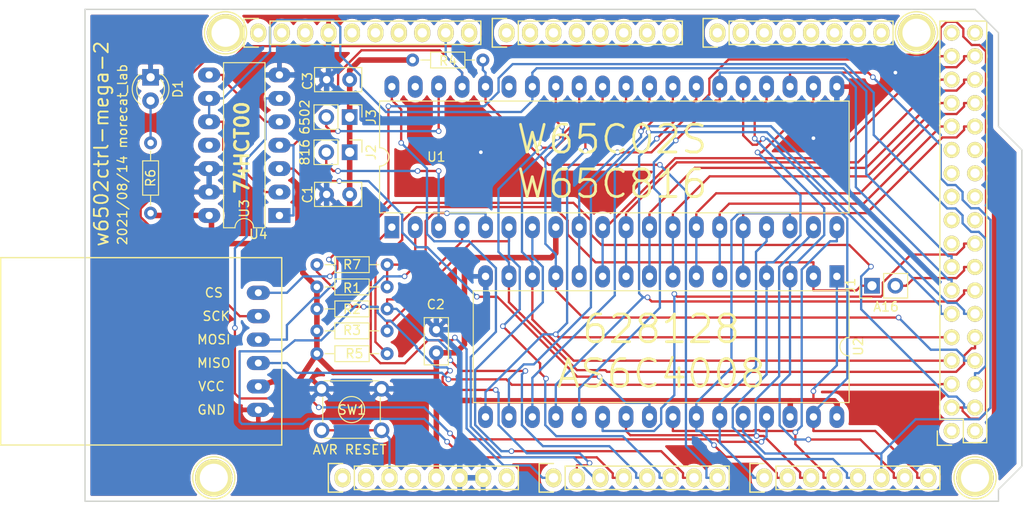
<source format=kicad_pcb>
(kicad_pcb (version 20171130) (host pcbnew "(5.1.9-0-10_14)")
  (title_block (date "mar. 31 mars 2015"))
  (layers (0 F.Cu signal) (31 B.Cu signal) (34 B.Paste user) (35 F.Paste user) (36 B.SilkS user) (37 F.SilkS user) (38 B.Mask user) (39 F.Mask user) (44 Edge.Cuts user))
  (net 0 "")
  (net 1 GND)
  (net 2 +5V)
  (net 3 /IOREF)
  (net 4 /Vin)
  (net 5 /AREF)
  (net 6 "Net-(P8-Pad1)")
  (net 7 "Net-(P10-Pad1)")
  (net 8 "Net-(P11-Pad1)")
  (net 9 "Net-(P13-Pad1)")
  (net 10 "Net-(P2-Pad1)")
  (net 11 +3V3)
  (net 12 "Net-(D1-Pad2)")
  (net 13 "Net-(J1-Pad1)")
  (net 14 A16)
  (net 15 SCK)
  (net 16 SS)
  (net 17 MISO)
  (net 18 MOSI)
  (net 19 D1)
  (net 20 D0)
  (net 21 D3)
  (net 22 D2)
  (net 23 D5)
  (net 24 D4)
  (net 25 D7)
  (net 26 D6)
  (net 27 RW)
  (net 28 /PD7)
  (net 29 RAME)
  (net 30 A9)
  (net 31 A8)
  (net 32 A11)
  (net 33 A10)
  (net 34 A13)
  (net 35 A12)
  (net 36 A15)
  (net 37 A14)
  (net 38 A6)
  (net 39 A7)
  (net 40 A4)
  (net 41 A5)
  (net 42 A2)
  (net 43 A3)
  (net 44 A0)
  (net 45 A1)
  (net 46 VP)
  (net 47 RDY)
  (net 48 RESET)
  (net 49 ML)
  (net 50 IRQ)
  (net 51 NMI)
  (net 52 SYNC)
  (net 53 BE)
  (net 54 /PD0)
  (net 55 /PD1)
  (net 56 /PB7)
  (net 57 /PB6)
  (net 58 /PB5)
  (net 59 /PB4)
  (net 60 PHI2)
  (net 61 /PH5)
  (net 62 /PH4)
  (net 63 /PH3)
  (net 64 /PE3)
  (net 65 /PG5)
  (net 66 /PE5)
  (net 67 /PE4)
  (net 68 /PE1)
  (net 69 /PE0)
  (net 70 /PJ1)
  (net 71 /PJ0)
  (net 72 /PH1)
  (net 73 /PH0)
  (net 74 /PD3)
  (net 75 /PD2)
  (net 76 "Net-(U1-Pad39)")
  (net 77 "Net-(U2-Pad24)")
  (net 78 "Net-(U2-Pad29)")
  (net 79 "Net-(U3-Pad5)")
  (net 80 "Net-(U3-Pad11)")
  (net 81 AVR_RESET)
  (net 82 "Net-(P1-Pad1)")
  (net 83 "Net-(P1-Pad2)")
  (net 84 "Net-(P1-Pad35)")
  (net 85 "Net-(P1-Pad36)")
  (net 86 /PD0-1)
  (net 87 /PD1-1)
  (net 88 /PC1)
  (net 89 /PC0)
  (net 90 /PC3)
  (net 91 /PC2)
  (net 92 /PC5)
  (net 93 /PC4)
  (net 94 /PC7)
  (net 95 /PC6)
  (net 96 "Net-(J2-Pad2)")
  (net 97 "Net-(J3-Pad2)")
  (net 98 "Net-(R1-Pad2)")
  (module w6502ctrl-mega:MicroSDCardAdapter (layer F.Cu) (at 122.174 99.06)
    (fp_text reference U4 (at 0 -6.35) (layer F.SilkS))
    (fp_text value MicroCardAdapter)
    (fp_text user GND (at -5.08 12.7) (layer F.SilkS))
    (fp_text user VCC (at -5.08 10.16) (layer F.SilkS))
    (fp_text user MISO (at -4.826 7.62) (layer F.SilkS))
    (fp_text user MOSI (at -4.826 5.08) (layer F.SilkS))
    (fp_text user SCK (at -4.572 2.54) (layer F.SilkS))
    (fp_text user CS (at -4.826 0) (layer F.SilkS))
    (pad 6 thru_hole oval (at 0 12.7) (size 2.5 1.524) (drill 0.762) (layers *.Cu *.Mask) (net 1 GND))
    (pad 5 thru_hole oval (at 0 10.16) (size 2.5 1.524) (drill 0.762) (layers *.Cu *.Mask) (net 2 +5V))
    (pad 4 thru_hole oval (at 0 7.62) (size 2.5 1.524) (drill 0.762) (layers *.Cu *.Mask) (net 17 MISO))
    (pad 3 thru_hole oval (at 0 5.08) (size 2.5 1.524) (drill 0.762) (layers *.Cu *.Mask) (net 18 MOSI))
    (pad 2 thru_hole oval (at 0 2.54) (size 2.5 1.524) (drill 0.762) (layers *.Cu *.Mask) (net 15 SCK))
    (pad 1 thru_hole oval (at 0 0) (size 2.5 1.524) (drill 0.762) (layers *.Cu *.Mask) (net 16 SS))
  )
  (module Buttons_Switches_ThroughHole:SW_TH_Tactile_Omron_B3F-10xx (layer F.Cu) (at 129.032 109.474)
    (fp_text reference SW1 (at 3.302 2.286) (layer F.SilkS))
    (fp_text value SW_MEC_5E hide)
    (pad 4 thru_hole circle (at 6.5 4.5) (size 1.7 1.7) (drill 1) (layers *.Cu *.Mask) (net 81 AVR_RESET))
    (pad 3 thru_hole circle (at 0 4.5) (size 1.7 1.7) (drill 1) (layers *.Cu *.Mask) (net 81 AVR_RESET))
    (pad 2 thru_hole circle (at 6.5 0) (size 1.7 1.7) (drill 1) (layers *.Cu *.Mask) (net 1 GND))
    (pad 1 thru_hole circle (at 0 0) (size 1.7 1.7) (drill 1) (layers *.Cu *.Mask) (net 1 GND))
  )
  (module Pin_Headers:Pin_Header_Straight_1x02_Pitch2.54mm (layer F.Cu) (at 188.722 98.298 90)
    (fp_text reference J1 (at 0 -2.33 90) (layer F.SilkS))
    (fp_text value Conn_01x02_Female hide)
    (pad 1 thru_hole rect (at 0 0 90) (size 1.7 1.7) (drill 1) (layers *.Cu *.Mask) (net 13 "Net-(J1-Pad1)"))
    (pad 2 thru_hole oval (at 0 2.54 90) (size 1.7 1.7) (drill 1) (layers *.Cu *.Mask) (net 14 A16))
  )
  (module Housings_DIP:DIP-14_W7.62mm_LongPads (layer F.Cu) (at 124.46 90.678 180)
    (fp_text reference U3 (at 3.81 0.762 90) (layer F.SilkS))
    (fp_text value 74HC00)
    (pad 1 thru_hole rect (at 0 0 180) (size 2.4 1.6) (drill 0.8) (layers *.Cu *.Mask) (net 60 PHI2))
    (pad 8 thru_hole oval (at 7.62 15.24 180) (size 2.4 1.6) (drill 0.8) (layers *.Cu *.Mask) (net 79 "Net-(U3-Pad5)"))
    (pad 2 thru_hole oval (at 0 2.54 180) (size 2.4 1.6) (drill 0.8) (layers *.Cu *.Mask) (net 27 RW))
    (pad 9 thru_hole oval (at 7.62 12.7 180) (size 2.4 1.6) (drill 0.8) (layers *.Cu *.Mask) (net 27 RW))
    (pad 3 thru_hole oval (at 0 5.08 180) (size 2.4 1.6) (drill 0.8) (layers *.Cu *.Mask) (net 77 "Net-(U2-Pad24)"))
    (pad 10 thru_hole oval (at 7.62 10.16 180) (size 2.4 1.6) (drill 0.8) (layers *.Cu *.Mask) (net 27 RW))
    (pad 4 thru_hole oval (at 0 7.62 180) (size 2.4 1.6) (drill 0.8) (layers *.Cu *.Mask) (net 60 PHI2))
    (pad 11 thru_hole oval (at 7.62 7.62 180) (size 2.4 1.6) (drill 0.8) (layers *.Cu *.Mask) (net 80 "Net-(U3-Pad11)"))
    (pad 5 thru_hole oval (at 0 10.16 180) (size 2.4 1.6) (drill 0.8) (layers *.Cu *.Mask) (net 79 "Net-(U3-Pad5)"))
    (pad 12 thru_hole oval (at 7.62 5.08 180) (size 2.4 1.6) (drill 0.8) (layers *.Cu *.Mask) (net 1 GND))
    (pad 6 thru_hole oval (at 0 12.7 180) (size 2.4 1.6) (drill 0.8) (layers *.Cu *.Mask) (net 78 "Net-(U2-Pad29)"))
    (pad 13 thru_hole oval (at 7.62 2.54 180) (size 2.4 1.6) (drill 0.8) (layers *.Cu *.Mask) (net 1 GND))
    (pad 7 thru_hole oval (at 0 15.24 180) (size 2.4 1.6) (drill 0.8) (layers *.Cu *.Mask) (net 1 GND))
    (pad 14 thru_hole oval (at 7.62 0 180) (size 2.4 1.6) (drill 0.8) (layers *.Cu *.Mask) (net 2 +5V))
  )
  (module Housings_DIP:DIP-40_W15.24mm_LongPads (layer F.Cu) (at 136.652 91.948 90)
    (fp_text reference U1 (at 7.62 4.826) (layer F.SilkS))
    (fp_text value W65C02/816)
    (pad 1 thru_hole rect (at 0 0 90) (size 2.4 1.6) (drill 0.8) (layers *.Cu *.Mask) (net 46 VP))
    (pad 21 thru_hole oval (at 15.24 48.26 90) (size 2.4 1.6) (drill 0.8) (layers *.Cu *.Mask) (net 1 GND))
    (pad 2 thru_hole oval (at 0 2.54 90) (size 2.4 1.6) (drill 0.8) (layers *.Cu *.Mask) (net 98 "Net-(R1-Pad2)"))
    (pad 22 thru_hole oval (at 15.24 45.72 90) (size 2.4 1.6) (drill 0.8) (layers *.Cu *.Mask) (net 35 A12))
    (pad 3 thru_hole oval (at 0 5.08 90) (size 2.4 1.6) (drill 0.8) (layers *.Cu *.Mask) (net 96 "Net-(J2-Pad2)"))
    (pad 23 thru_hole oval (at 15.24 43.18 90) (size 2.4 1.6) (drill 0.8) (layers *.Cu *.Mask) (net 34 A13))
    (pad 4 thru_hole oval (at 0 7.62 90) (size 2.4 1.6) (drill 0.8) (layers *.Cu *.Mask) (net 50 IRQ))
    (pad 24 thru_hole oval (at 15.24 40.64 90) (size 2.4 1.6) (drill 0.8) (layers *.Cu *.Mask) (net 37 A14))
    (pad 5 thru_hole oval (at 0 10.16 90) (size 2.4 1.6) (drill 0.8) (layers *.Cu *.Mask) (net 49 ML))
    (pad 25 thru_hole oval (at 15.24 38.1 90) (size 2.4 1.6) (drill 0.8) (layers *.Cu *.Mask) (net 36 A15))
    (pad 6 thru_hole oval (at 0 12.7 90) (size 2.4 1.6) (drill 0.8) (layers *.Cu *.Mask) (net 51 NMI))
    (pad 26 thru_hole oval (at 15.24 35.56 90) (size 2.4 1.6) (drill 0.8) (layers *.Cu *.Mask) (net 25 D7))
    (pad 7 thru_hole oval (at 0 15.24 90) (size 2.4 1.6) (drill 0.8) (layers *.Cu *.Mask) (net 52 SYNC))
    (pad 27 thru_hole oval (at 15.24 33.02 90) (size 2.4 1.6) (drill 0.8) (layers *.Cu *.Mask) (net 26 D6))
    (pad 8 thru_hole oval (at 0 17.78 90) (size 2.4 1.6) (drill 0.8) (layers *.Cu *.Mask) (net 2 +5V))
    (pad 28 thru_hole oval (at 15.24 30.48 90) (size 2.4 1.6) (drill 0.8) (layers *.Cu *.Mask) (net 23 D5))
    (pad 9 thru_hole oval (at 0 20.32 90) (size 2.4 1.6) (drill 0.8) (layers *.Cu *.Mask) (net 44 A0))
    (pad 29 thru_hole oval (at 15.24 27.94 90) (size 2.4 1.6) (drill 0.8) (layers *.Cu *.Mask) (net 24 D4))
    (pad 10 thru_hole oval (at 0 22.86 90) (size 2.4 1.6) (drill 0.8) (layers *.Cu *.Mask) (net 45 A1))
    (pad 30 thru_hole oval (at 15.24 25.4 90) (size 2.4 1.6) (drill 0.8) (layers *.Cu *.Mask) (net 21 D3))
    (pad 11 thru_hole oval (at 0 25.4 90) (size 2.4 1.6) (drill 0.8) (layers *.Cu *.Mask) (net 42 A2))
    (pad 31 thru_hole oval (at 15.24 22.86 90) (size 2.4 1.6) (drill 0.8) (layers *.Cu *.Mask) (net 22 D2))
    (pad 12 thru_hole oval (at 0 27.94 90) (size 2.4 1.6) (drill 0.8) (layers *.Cu *.Mask) (net 43 A3))
    (pad 32 thru_hole oval (at 15.24 20.32 90) (size 2.4 1.6) (drill 0.8) (layers *.Cu *.Mask) (net 19 D1))
    (pad 13 thru_hole oval (at 0 30.48 90) (size 2.4 1.6) (drill 0.8) (layers *.Cu *.Mask) (net 40 A4))
    (pad 33 thru_hole oval (at 15.24 17.78 90) (size 2.4 1.6) (drill 0.8) (layers *.Cu *.Mask) (net 20 D0))
    (pad 14 thru_hole oval (at 0 33.02 90) (size 2.4 1.6) (drill 0.8) (layers *.Cu *.Mask) (net 41 A5))
    (pad 34 thru_hole oval (at 15.24 15.24 90) (size 2.4 1.6) (drill 0.8) (layers *.Cu *.Mask) (net 27 RW))
    (pad 15 thru_hole oval (at 0 35.56 90) (size 2.4 1.6) (drill 0.8) (layers *.Cu *.Mask) (net 38 A6))
    (pad 35 thru_hole oval (at 15.24 12.7 90) (size 2.4 1.6) (drill 0.8) (layers *.Cu *.Mask))
    (pad 16 thru_hole oval (at 0 38.1 90) (size 2.4 1.6) (drill 0.8) (layers *.Cu *.Mask) (net 39 A7))
    (pad 36 thru_hole oval (at 15.24 10.16 90) (size 2.4 1.6) (drill 0.8) (layers *.Cu *.Mask) (net 53 BE))
    (pad 17 thru_hole oval (at 0 40.64 90) (size 2.4 1.6) (drill 0.8) (layers *.Cu *.Mask) (net 31 A8))
    (pad 37 thru_hole oval (at 15.24 7.62 90) (size 2.4 1.6) (drill 0.8) (layers *.Cu *.Mask) (net 60 PHI2))
    (pad 18 thru_hole oval (at 0 43.18 90) (size 2.4 1.6) (drill 0.8) (layers *.Cu *.Mask) (net 30 A9))
    (pad 38 thru_hole oval (at 15.24 5.08 90) (size 2.4 1.6) (drill 0.8) (layers *.Cu *.Mask) (net 97 "Net-(J3-Pad2)"))
    (pad 19 thru_hole oval (at 0 45.72 90) (size 2.4 1.6) (drill 0.8) (layers *.Cu *.Mask) (net 33 A10))
    (pad 39 thru_hole oval (at 15.24 2.54 90) (size 2.4 1.6) (drill 0.8) (layers *.Cu *.Mask) (net 76 "Net-(U1-Pad39)"))
    (pad 20 thru_hole oval (at 0 48.26 90) (size 2.4 1.6) (drill 0.8) (layers *.Cu *.Mask) (net 32 A11))
    (pad 40 thru_hole oval (at 15.24 0 90) (size 2.4 1.6) (drill 0.8) (layers *.Cu *.Mask) (net 48 RESET))
  )
  (module Resistors_ThroughHole:R_Axial_DIN0204_L3.6mm_D1.6mm_P7.62mm_Horizontal (layer F.Cu) (at 110.49 90.424 90)
    (fp_text reference R6 (at 3.81 0 90) (layer F.SilkS))
    (fp_text value 1k)
    (pad 1 thru_hole circle (at 0 0 90) (size 1.4 1.4) (drill 0.7) (layers *.Cu *.Mask) (net 2 +5V))
    (pad 2 thru_hole oval (at 7.62 0 90) (size 1.4 1.4) (drill 0.7) (layers *.Cu *.Mask) (net 12 "Net-(D1-Pad2)"))
  )
  (module Resistors_ThroughHole:R_Axial_DIN0204_L3.6mm_D1.6mm_P7.62mm_Horizontal (layer F.Cu) (at 136.144 105.664 180)
    (fp_text reference R5 (at 3.556 0) (layer F.SilkS))
    (fp_text value 10k)
    (pad 1 thru_hole circle (at 0 0 180) (size 1.4 1.4) (drill 0.7) (layers *.Cu *.Mask) (net 13 "Net-(J1-Pad1)"))
    (pad 2 thru_hole oval (at 7.62 0 180) (size 1.4 1.4) (drill 0.7) (layers *.Cu *.Mask) (net 2 +5V))
  )
  (module Resistors_ThroughHole:R_Axial_DIN0204_L3.6mm_D1.6mm_P7.62mm_Horizontal (layer F.Cu) (at 138.906 73.8188)
    (fp_text reference R4 (at 3.842 0.09525) (layer F.SilkS))
    (fp_text value 3.3k)
    (pad 1 thru_hole circle (at 0 0) (size 1.4 1.4) (drill 0.7) (layers *.Cu *.Mask) (net 2 +5V))
    (pad 2 thru_hole oval (at 7.62 0) (size 1.4 1.4) (drill 0.7) (layers *.Cu *.Mask) (net 53 BE))
  )
  (module Resistors_ThroughHole:R_Axial_DIN0204_L3.6mm_D1.6mm_P7.62mm_Horizontal (layer F.Cu) (at 128.524 103.188)
    (fp_text reference R3 (at 3.81 -0.064) (layer F.SilkS))
    (fp_text value 3.3K)
    (pad 1 thru_hole circle (at 0 0) (size 1.4 1.4) (drill 0.7) (layers *.Cu *.Mask) (net 2 +5V))
    (pad 2 thru_hole oval (at 7.62 0) (size 1.4 1.4) (drill 0.7) (layers *.Cu *.Mask) (net 51 NMI))
  )
  (module Resistors_ThroughHole:R_Axial_DIN0204_L3.6mm_D1.6mm_P7.62mm_Horizontal (layer F.Cu) (at 128.524 100.806)
    (fp_text reference R2 (at 3.81 0.03175) (layer F.SilkS))
    (fp_text value 3.3k)
    (pad 1 thru_hole circle (at 0 0) (size 1.4 1.4) (drill 0.7) (layers *.Cu *.Mask) (net 2 +5V))
    (pad 2 thru_hole oval (at 7.62 0) (size 1.4 1.4) (drill 0.7) (layers *.Cu *.Mask) (net 50 IRQ))
  )
  (module Resistors_ThroughHole:R_Axial_DIN0204_L3.6mm_D1.6mm_P7.62mm_Horizontal (layer F.Cu) (at 128.524 98.425)
    (fp_text reference R1 (at 3.81 0.127) (layer F.SilkS))
    (fp_text value 3.3k)
    (pad 1 thru_hole circle (at 0 0) (size 1.4 1.4) (drill 0.7) (layers *.Cu *.Mask) (net 2 +5V))
    (pad 2 thru_hole oval (at 7.62 0) (size 1.4 1.4) (drill 0.7) (layers *.Cu *.Mask) (net 98 "Net-(R1-Pad2)"))
  )
  (module LEDs:LED_D3.0mm (layer F.Cu) (at 110.49 75.692 270)
    (fp_text reference D1 (at 1.27 -2.96 90) (layer F.SilkS))
    (fp_text value LED)
    (pad 1 thru_hole rect (at 0 0 270) (size 1.8 1.8) (drill 0.9) (layers *.Cu *.Mask) (net 1 GND))
    (pad 2 thru_hole circle (at 2.54 0 270) (size 1.8 1.8) (drill 0.9) (layers *.Cu *.Mask) (net 12 "Net-(D1-Pad2)"))
  )
  (module Capacitors_ThroughHole:C_Disc_D5.0mm_W2.5mm_P2.50mm (layer F.Cu) (at 132.08 75.946 180)
    (fp_text reference C3 (at 4.572 -0.15875 90) (layer F.SilkS))
    (fp_text value 100nF hide)
    (pad 1 thru_hole circle (at 0 0 180) (size 1.6 1.6) (drill 0.8) (layers *.Cu *.Mask) (net 2 +5V))
    (pad 2 thru_hole circle (at 2.5 0 180) (size 1.6 1.6) (drill 0.8) (layers *.Cu *.Mask) (net 1 GND))
  )
  (module Capacitors_ThroughHole:C_Disc_D5.0mm_W2.5mm_P2.50mm (layer F.Cu) (at 141.478 105.569 90)
    (fp_text reference C2 (at 5.23875 -0.0635) (layer F.SilkS))
    (fp_text value 100nF hide)
    (pad 1 thru_hole circle (at 0 0 90) (size 1.6 1.6) (drill 0.8) (layers *.Cu *.Mask) (net 2 +5V))
    (pad 2 thru_hole circle (at 2.5 0 90) (size 1.6 1.6) (drill 0.8) (layers *.Cu *.Mask) (net 1 GND))
  )
  (module Capacitors_ThroughHole:C_Disc_D5.0mm_W2.5mm_P2.50mm (layer F.Cu) (at 132.08 88.392 180)
    (fp_text reference C1 (at 4.572 0 90) (layer F.SilkS))
    (fp_text value 100nF hide)
    (pad 1 thru_hole circle (at 0 0 180) (size 1.6 1.6) (drill 0.8) (layers *.Cu *.Mask) (net 2 +5V))
    (pad 2 thru_hole circle (at 2.5 0 180) (size 1.6 1.6) (drill 0.8) (layers *.Cu *.Mask) (net 1 GND))
  )
  (module Socket_Arduino_Mega:Socket_Strip_Arduino_2x18 (layer F.Cu) (at 197.358 114.046 90)
    (fp_text reference P1 hide)
    (fp_text value Digital hide)
    (pad 1 thru_hole circle (at 0 0 90) (size 1.7272 1.7272) (drill 1.016) (layers *.Cu *.Mask F.SilkS) (net 82 "Net-(P1-Pad1)"))
    (pad 2 thru_hole oval (at 0 2.54 90) (size 1.7272 1.7272) (drill 1.016) (layers *.Cu *.Mask F.SilkS) (net 83 "Net-(P1-Pad2)"))
    (pad 3 thru_hole oval (at 2.54 0 90) (size 1.7272 1.7272) (drill 1.016) (layers *.Cu *.Mask F.SilkS) (net 15 SCK))
    (pad 4 thru_hole oval (at 2.54 2.54 90) (size 1.7272 1.7272) (drill 1.016) (layers *.Cu *.Mask F.SilkS) (net 16 SS))
    (pad 5 thru_hole oval (at 5.08 0 90) (size 1.7272 1.7272) (drill 1.016) (layers *.Cu *.Mask F.SilkS) (net 17 MISO))
    (pad 6 thru_hole oval (at 5.08 2.54 90) (size 1.7272 1.7272) (drill 1.016) (layers *.Cu *.Mask F.SilkS) (net 18 MOSI))
    (pad 7 thru_hole oval (at 7.62 0 90) (size 1.7272 1.7272) (drill 1.016) (layers *.Cu *.Mask F.SilkS) (net 19 D1))
    (pad 8 thru_hole oval (at 7.62 2.54 90) (size 1.7272 1.7272) (drill 1.016) (layers *.Cu *.Mask F.SilkS) (net 20 D0))
    (pad 9 thru_hole oval (at 10.16 0 90) (size 1.7272 1.7272) (drill 1.016) (layers *.Cu *.Mask F.SilkS) (net 21 D3))
    (pad 10 thru_hole oval (at 10.16 2.54 90) (size 1.7272 1.7272) (drill 1.016) (layers *.Cu *.Mask F.SilkS) (net 22 D2))
    (pad 11 thru_hole oval (at 12.7 0 90) (size 1.7272 1.7272) (drill 1.016) (layers *.Cu *.Mask F.SilkS) (net 23 D5))
    (pad 12 thru_hole oval (at 12.7 2.54 90) (size 1.7272 1.7272) (drill 1.016) (layers *.Cu *.Mask F.SilkS) (net 24 D4))
    (pad 13 thru_hole oval (at 15.24 0 90) (size 1.7272 1.7272) (drill 1.016) (layers *.Cu *.Mask F.SilkS) (net 25 D7))
    (pad 14 thru_hole oval (at 15.24 2.54 90) (size 1.7272 1.7272) (drill 1.016) (layers *.Cu *.Mask F.SilkS) (net 26 D6))
    (pad 15 thru_hole oval (at 17.78 0 90) (size 1.7272 1.7272) (drill 1.016) (layers *.Cu *.Mask F.SilkS) (net 27 RW))
    (pad 16 thru_hole oval (at 17.78 2.54 90) (size 1.7272 1.7272) (drill 1.016) (layers *.Cu *.Mask F.SilkS) (net 14 A16))
    (pad 17 thru_hole oval (at 20.32 0 90) (size 1.7272 1.7272) (drill 1.016) (layers *.Cu *.Mask F.SilkS) (net 28 /PD7))
    (pad 18 thru_hole oval (at 20.32 2.54 90) (size 1.7272 1.7272) (drill 1.016) (layers *.Cu *.Mask F.SilkS) (net 29 RAME))
    (pad 19 thru_hole oval (at 22.86 0 90) (size 1.7272 1.7272) (drill 1.016) (layers *.Cu *.Mask F.SilkS) (net 88 /PC1))
    (pad 20 thru_hole oval (at 22.86 2.54 90) (size 1.7272 1.7272) (drill 1.016) (layers *.Cu *.Mask F.SilkS) (net 89 /PC0))
    (pad 21 thru_hole oval (at 25.4 0 90) (size 1.7272 1.7272) (drill 1.016) (layers *.Cu *.Mask F.SilkS) (net 90 /PC3))
    (pad 22 thru_hole oval (at 25.4 2.54 90) (size 1.7272 1.7272) (drill 1.016) (layers *.Cu *.Mask F.SilkS) (net 91 /PC2))
    (pad 23 thru_hole oval (at 27.94 0 90) (size 1.7272 1.7272) (drill 1.016) (layers *.Cu *.Mask F.SilkS) (net 92 /PC5))
    (pad 24 thru_hole oval (at 27.94 2.54 90) (size 1.7272 1.7272) (drill 1.016) (layers *.Cu *.Mask F.SilkS) (net 93 /PC4))
    (pad 25 thru_hole oval (at 30.48 0 90) (size 1.7272 1.7272) (drill 1.016) (layers *.Cu *.Mask F.SilkS) (net 94 /PC7))
    (pad 26 thru_hole oval (at 30.48 2.54 90) (size 1.7272 1.7272) (drill 1.016) (layers *.Cu *.Mask F.SilkS) (net 95 /PC6))
    (pad 27 thru_hole oval (at 33.02 0 90) (size 1.7272 1.7272) (drill 1.016) (layers *.Cu *.Mask F.SilkS) (net 38 A6))
    (pad 28 thru_hole oval (at 33.02 2.54 90) (size 1.7272 1.7272) (drill 1.016) (layers *.Cu *.Mask F.SilkS) (net 39 A7))
    (pad 29 thru_hole oval (at 35.56 0 90) (size 1.7272 1.7272) (drill 1.016) (layers *.Cu *.Mask F.SilkS) (net 40 A4))
    (pad 30 thru_hole oval (at 35.56 2.54 90) (size 1.7272 1.7272) (drill 1.016) (layers *.Cu *.Mask F.SilkS) (net 41 A5))
    (pad 31 thru_hole oval (at 38.1 0 90) (size 1.7272 1.7272) (drill 1.016) (layers *.Cu *.Mask F.SilkS) (net 42 A2))
    (pad 32 thru_hole oval (at 38.1 2.54 90) (size 1.7272 1.7272) (drill 1.016) (layers *.Cu *.Mask F.SilkS) (net 43 A3))
    (pad 33 thru_hole oval (at 40.64 0 90) (size 1.7272 1.7272) (drill 1.016) (layers *.Cu *.Mask F.SilkS) (net 44 A0))
    (pad 34 thru_hole oval (at 40.64 2.54 90) (size 1.7272 1.7272) (drill 1.016) (layers *.Cu *.Mask F.SilkS) (net 45 A1))
    (pad 35 thru_hole oval (at 43.18 0 90) (size 1.7272 1.7272) (drill 1.016) (layers *.Cu *.Mask F.SilkS) (net 84 "Net-(P1-Pad35)"))
    (pad 36 thru_hole oval (at 43.18 2.54 90) (size 1.7272 1.7272) (drill 1.016) (layers *.Cu *.Mask F.SilkS) (net 85 "Net-(P1-Pad36)"))
  )
  (module Socket_Arduino_Mega:Socket_Strip_Arduino_1x08 (layer F.Cu) (at 131.318 119.126)
    (fp_text reference P2 hide)
    (fp_text value Power hide)
    (pad 1 thru_hole oval (at 0 0) (size 1.7272 2.032) (drill 1.016) (layers *.Cu *.Mask F.SilkS) (net 10 "Net-(P2-Pad1)"))
    (pad 2 thru_hole oval (at 2.54 0) (size 1.7272 2.032) (drill 1.016) (layers *.Cu *.Mask F.SilkS) (net 3 /IOREF))
    (pad 3 thru_hole oval (at 5.08 0) (size 1.7272 2.032) (drill 1.016) (layers *.Cu *.Mask F.SilkS) (net 81 AVR_RESET))
    (pad 4 thru_hole oval (at 7.62 0) (size 1.7272 2.032) (drill 1.016) (layers *.Cu *.Mask F.SilkS) (net 11 +3V3))
    (pad 5 thru_hole oval (at 10.16 0) (size 1.7272 2.032) (drill 1.016) (layers *.Cu *.Mask F.SilkS) (net 2 +5V))
    (pad 6 thru_hole oval (at 12.7 0) (size 1.7272 2.032) (drill 1.016) (layers *.Cu *.Mask F.SilkS) (net 1 GND))
    (pad 7 thru_hole oval (at 15.24 0) (size 1.7272 2.032) (drill 1.016) (layers *.Cu *.Mask F.SilkS) (net 1 GND))
    (pad 8 thru_hole oval (at 17.78 0) (size 1.7272 2.032) (drill 1.016) (layers *.Cu *.Mask F.SilkS) (net 4 /Vin))
  )
  (module Socket_Arduino_Mega:Socket_Strip_Arduino_1x08 (layer F.Cu) (at 154.178 119.126)
    (fp_text reference P3 hide)
    (fp_text value Analog hide)
    (pad 1 thru_hole oval (at 0 0) (size 1.7272 2.032) (drill 1.016) (layers *.Cu *.Mask F.SilkS) (net 46 VP))
    (pad 2 thru_hole oval (at 2.54 0) (size 1.7272 2.032) (drill 1.016) (layers *.Cu *.Mask F.SilkS) (net 47 RDY))
    (pad 3 thru_hole oval (at 5.08 0) (size 1.7272 2.032) (drill 1.016) (layers *.Cu *.Mask F.SilkS) (net 48 RESET))
    (pad 4 thru_hole oval (at 7.62 0) (size 1.7272 2.032) (drill 1.016) (layers *.Cu *.Mask F.SilkS) (net 49 ML))
    (pad 5 thru_hole oval (at 10.16 0) (size 1.7272 2.032) (drill 1.016) (layers *.Cu *.Mask F.SilkS) (net 50 IRQ))
    (pad 6 thru_hole oval (at 12.7 0) (size 1.7272 2.032) (drill 1.016) (layers *.Cu *.Mask F.SilkS) (net 51 NMI))
    (pad 7 thru_hole oval (at 15.24 0) (size 1.7272 2.032) (drill 1.016) (layers *.Cu *.Mask F.SilkS) (net 52 SYNC))
    (pad 8 thru_hole oval (at 17.78 0) (size 1.7272 2.032) (drill 1.016) (layers *.Cu *.Mask F.SilkS) (net 53 BE))
  )
  (module Socket_Arduino_Mega:Socket_Strip_Arduino_1x08 (layer F.Cu) (at 177.038 119.126)
    (fp_text reference P4 hide)
    (fp_text value Analog hide)
    (pad 1 thru_hole oval (at 0 0) (size 1.7272 2.032) (drill 1.016) (layers *.Cu *.Mask F.SilkS) (net 31 A8))
    (pad 2 thru_hole oval (at 2.54 0) (size 1.7272 2.032) (drill 1.016) (layers *.Cu *.Mask F.SilkS) (net 30 A9))
    (pad 3 thru_hole oval (at 5.08 0) (size 1.7272 2.032) (drill 1.016) (layers *.Cu *.Mask F.SilkS) (net 33 A10))
    (pad 4 thru_hole oval (at 7.62 0) (size 1.7272 2.032) (drill 1.016) (layers *.Cu *.Mask F.SilkS) (net 32 A11))
    (pad 5 thru_hole oval (at 10.16 0) (size 1.7272 2.032) (drill 1.016) (layers *.Cu *.Mask F.SilkS) (net 35 A12))
    (pad 6 thru_hole oval (at 12.7 0) (size 1.7272 2.032) (drill 1.016) (layers *.Cu *.Mask F.SilkS) (net 34 A13))
    (pad 7 thru_hole oval (at 15.24 0) (size 1.7272 2.032) (drill 1.016) (layers *.Cu *.Mask F.SilkS) (net 37 A14))
    (pad 8 thru_hole oval (at 17.78 0) (size 1.7272 2.032) (drill 1.016) (layers *.Cu *.Mask F.SilkS) (net 36 A15))
  )
  (module Socket_Arduino_Mega:Socket_Strip_Arduino_1x10 (layer F.Cu) (at 122.174 70.866)
    (fp_text reference P5 hide)
    (fp_text value PWM hide)
    (pad 1 thru_hole oval (at 0 0) (size 1.7272 2.032) (drill 1.016) (layers *.Cu *.Mask F.SilkS) (net 86 /PD0-1))
    (pad 2 thru_hole oval (at 2.54 0) (size 1.7272 2.032) (drill 1.016) (layers *.Cu *.Mask F.SilkS) (net 87 /PD1-1))
    (pad 3 thru_hole oval (at 5.08 0) (size 1.7272 2.032) (drill 1.016) (layers *.Cu *.Mask F.SilkS) (net 5 /AREF))
    (pad 4 thru_hole oval (at 7.62 0) (size 1.7272 2.032) (drill 1.016) (layers *.Cu *.Mask F.SilkS) (net 1 GND))
    (pad 5 thru_hole oval (at 10.16 0) (size 1.7272 2.032) (drill 1.016) (layers *.Cu *.Mask F.SilkS) (net 56 /PB7))
    (pad 6 thru_hole oval (at 12.7 0) (size 1.7272 2.032) (drill 1.016) (layers *.Cu *.Mask F.SilkS) (net 57 /PB6))
    (pad 7 thru_hole oval (at 15.24 0) (size 1.7272 2.032) (drill 1.016) (layers *.Cu *.Mask F.SilkS) (net 58 /PB5))
    (pad 8 thru_hole oval (at 17.78 0) (size 1.7272 2.032) (drill 1.016) (layers *.Cu *.Mask F.SilkS) (net 59 /PB4))
    (pad 9 thru_hole oval (at 20.32 0) (size 1.7272 2.032) (drill 1.016) (layers *.Cu *.Mask F.SilkS) (net 60 PHI2))
    (pad 10 thru_hole oval (at 22.86 0) (size 1.7272 2.032) (drill 1.016) (layers *.Cu *.Mask F.SilkS) (net 61 /PH5))
  )
  (module Socket_Arduino_Mega:Socket_Strip_Arduino_1x08 (layer F.Cu) (at 149.098 70.866)
    (fp_text reference P6 hide)
    (fp_text value PWM hide)
    (pad 1 thru_hole oval (at 0 0) (size 1.7272 2.032) (drill 1.016) (layers *.Cu *.Mask F.SilkS) (net 62 /PH4))
    (pad 2 thru_hole oval (at 2.54 0) (size 1.7272 2.032) (drill 1.016) (layers *.Cu *.Mask F.SilkS) (net 63 /PH3))
    (pad 3 thru_hole oval (at 5.08 0) (size 1.7272 2.032) (drill 1.016) (layers *.Cu *.Mask F.SilkS) (net 64 /PE3))
    (pad 4 thru_hole oval (at 7.62 0) (size 1.7272 2.032) (drill 1.016) (layers *.Cu *.Mask F.SilkS) (net 65 /PG5))
    (pad 5 thru_hole oval (at 10.16 0) (size 1.7272 2.032) (drill 1.016) (layers *.Cu *.Mask F.SilkS) (net 66 /PE5))
    (pad 6 thru_hole oval (at 12.7 0) (size 1.7272 2.032) (drill 1.016) (layers *.Cu *.Mask F.SilkS) (net 67 /PE4))
    (pad 7 thru_hole oval (at 15.24 0) (size 1.7272 2.032) (drill 1.016) (layers *.Cu *.Mask F.SilkS) (net 68 /PE1))
    (pad 8 thru_hole oval (at 17.78 0) (size 1.7272 2.032) (drill 1.016) (layers *.Cu *.Mask F.SilkS) (net 69 /PE0))
  )
  (module Socket_Arduino_Mega:Socket_Strip_Arduino_1x08 (layer F.Cu) (at 171.958 70.866)
    (fp_text reference P7 hide)
    (fp_text value Communication hide)
    (pad 1 thru_hole oval (at 0 0) (size 1.7272 2.032) (drill 1.016) (layers *.Cu *.Mask F.SilkS) (net 70 /PJ1))
    (pad 2 thru_hole oval (at 2.54 0) (size 1.7272 2.032) (drill 1.016) (layers *.Cu *.Mask F.SilkS) (net 71 /PJ0))
    (pad 3 thru_hole oval (at 5.08 0) (size 1.7272 2.032) (drill 1.016) (layers *.Cu *.Mask F.SilkS) (net 72 /PH1))
    (pad 4 thru_hole oval (at 7.62 0) (size 1.7272 2.032) (drill 1.016) (layers *.Cu *.Mask F.SilkS) (net 73 /PH0))
    (pad 5 thru_hole oval (at 10.16 0) (size 1.7272 2.032) (drill 1.016) (layers *.Cu *.Mask F.SilkS) (net 74 /PD3))
    (pad 6 thru_hole oval (at 12.7 0) (size 1.7272 2.032) (drill 1.016) (layers *.Cu *.Mask F.SilkS) (net 75 /PD2))
    (pad 7 thru_hole oval (at 15.24 0) (size 1.7272 2.032) (drill 1.016) (layers *.Cu *.Mask F.SilkS) (net 55 /PD1))
    (pad 8 thru_hole oval (at 17.78 0) (size 1.7272 2.032) (drill 1.016) (layers *.Cu *.Mask F.SilkS) (net 54 /PD0))
  )
  (module Socket_Arduino_Mega:Arduino_1pin (layer F.Cu) (at 117.348 119.126)
    (fp_text reference P8 hide)
    (fp_text value CONN_01X01 hide)
    (pad 1 thru_hole circle (at 0 0) (size 4.064 4.064) (drill 3.048) (layers *.Cu *.Mask F.SilkS) (net 6 "Net-(P8-Pad1)"))
  )
  (module Socket_Arduino_Mega:Arduino_1pin (layer F.Cu) (at 199.898 119.126)
    (fp_text reference P10 hide)
    (fp_text value CONN_01X01 hide)
    (pad 1 thru_hole circle (at 0 0) (size 4.064 4.064) (drill 3.048) (layers *.Cu *.Mask F.SilkS) (net 7 "Net-(P10-Pad1)"))
  )
  (module Socket_Arduino_Mega:Arduino_1pin (layer F.Cu) (at 118.618 70.866)
    (fp_text reference P11 hide)
    (fp_text value CONN_01X01 hide)
    (pad 1 thru_hole circle (at 0 0) (size 4.064 4.064) (drill 3.048) (layers *.Cu *.Mask F.SilkS) (net 8 "Net-(P11-Pad1)"))
  )
  (module Socket_Arduino_Mega:Arduino_1pin (layer F.Cu) (at 193.548 70.866)
    (fp_text reference P13 hide)
    (fp_text value CONN_01X01 hide)
    (pad 1 thru_hole circle (at 0 0) (size 4.064 4.064) (drill 3.048) (layers *.Cu *.Mask F.SilkS) (net 9 "Net-(P13-Pad1)"))
  )
  (module Pin_Headers:Pin_Header_Straight_1x02_Pitch2.54mm (layer F.Cu) (at 132.08 83.82 270)
    (fp_text reference J2 (at 0 -2.33 90) (layer F.SilkS))
    (fp_text value 816 (at 0 4.87 90) (layer F.SilkS))
    (pad 2 thru_hole oval (at 0 2.54 270) (size 1.7 1.7) (drill 1) (layers *.Cu *.Mask) (net 96 "Net-(J2-Pad2)"))
    (pad 1 thru_hole rect (at 0 0 270) (size 1.7 1.7) (drill 1) (layers *.Cu *.Mask) (net 2 +5V))
  )
  (module Pin_Headers:Pin_Header_Straight_1x02_Pitch2.54mm (layer F.Cu) (at 132.08 80.01 270)
    (fp_text reference J3 (at 0 -2.33 90) (layer F.SilkS))
    (fp_text value 6502 (at 0 4.87 90) (layer F.SilkS))
    (pad 1 thru_hole rect (at 0 0 270) (size 1.7 1.7) (drill 1) (layers *.Cu *.Mask) (net 2 +5V))
    (pad 2 thru_hole oval (at 0 2.54 270) (size 1.7 1.7) (drill 1) (layers *.Cu *.Mask) (net 97 "Net-(J3-Pad2)"))
  )
  (module Resistors_ThroughHole:R_Axial_DIN0204_L3.6mm_D1.6mm_P7.62mm_Horizontal (layer F.Cu) (at 136.144 96.012 180)
    (fp_text reference R7 (at 3.81 0) (layer F.SilkS))
    (fp_text value 3.3k)
    (pad 2 thru_hole oval (at 7.62 0 180) (size 1.4 1.4) (drill 0.7) (layers *.Cu *.Mask) (net 47 RDY))
    (pad 1 thru_hole circle (at 0 0 180) (size 1.4 1.4) (drill 0.7) (layers *.Cu *.Mask) (net 98 "Net-(R1-Pad2)"))
  )
  (module Housings_DIP:DIP-32_W15.24mm_LongPads (layer F.Cu) (at 184.912 97.282 270)
    (fp_text reference U2 (at 7.62 -2.33 90) (layer F.SilkS))
    (fp_text value AS6C4008)
    (pad 32 thru_hole oval (at 15.24 0 270) (size 2.4 1.6) (drill 0.8) (layers *.Cu *.Mask) (net 2 +5V))
    (pad 16 thru_hole oval (at 0 38.1 270) (size 2.4 1.6) (drill 0.8) (layers *.Cu *.Mask) (net 1 GND))
    (pad 31 thru_hole oval (at 15.24 2.54 270) (size 2.4 1.6) (drill 0.8) (layers *.Cu *.Mask) (net 36 A15))
    (pad 15 thru_hole oval (at 0 35.56 270) (size 2.4 1.6) (drill 0.8) (layers *.Cu *.Mask) (net 22 D2))
    (pad 30 thru_hole oval (at 15.24 5.08 270) (size 2.4 1.6) (drill 0.8) (layers *.Cu *.Mask) (net 2 +5V))
    (pad 14 thru_hole oval (at 0 33.02 270) (size 2.4 1.6) (drill 0.8) (layers *.Cu *.Mask) (net 19 D1))
    (pad 29 thru_hole oval (at 15.24 7.62 270) (size 2.4 1.6) (drill 0.8) (layers *.Cu *.Mask) (net 78 "Net-(U2-Pad29)"))
    (pad 13 thru_hole oval (at 0 30.48 270) (size 2.4 1.6) (drill 0.8) (layers *.Cu *.Mask) (net 20 D0))
    (pad 28 thru_hole oval (at 15.24 10.16 270) (size 2.4 1.6) (drill 0.8) (layers *.Cu *.Mask) (net 34 A13))
    (pad 12 thru_hole oval (at 0 27.94 270) (size 2.4 1.6) (drill 0.8) (layers *.Cu *.Mask) (net 44 A0))
    (pad 27 thru_hole oval (at 15.24 12.7 270) (size 2.4 1.6) (drill 0.8) (layers *.Cu *.Mask) (net 31 A8))
    (pad 11 thru_hole oval (at 0 25.4 270) (size 2.4 1.6) (drill 0.8) (layers *.Cu *.Mask) (net 45 A1))
    (pad 26 thru_hole oval (at 15.24 15.24 270) (size 2.4 1.6) (drill 0.8) (layers *.Cu *.Mask) (net 30 A9))
    (pad 10 thru_hole oval (at 0 22.86 270) (size 2.4 1.6) (drill 0.8) (layers *.Cu *.Mask) (net 42 A2))
    (pad 25 thru_hole oval (at 15.24 17.78 270) (size 2.4 1.6) (drill 0.8) (layers *.Cu *.Mask) (net 32 A11))
    (pad 9 thru_hole oval (at 0 20.32 270) (size 2.4 1.6) (drill 0.8) (layers *.Cu *.Mask) (net 43 A3))
    (pad 24 thru_hole oval (at 15.24 20.32 270) (size 2.4 1.6) (drill 0.8) (layers *.Cu *.Mask) (net 77 "Net-(U2-Pad24)"))
    (pad 8 thru_hole oval (at 0 17.78 270) (size 2.4 1.6) (drill 0.8) (layers *.Cu *.Mask) (net 40 A4))
    (pad 23 thru_hole oval (at 15.24 22.86 270) (size 2.4 1.6) (drill 0.8) (layers *.Cu *.Mask) (net 33 A10))
    (pad 7 thru_hole oval (at 0 15.24 270) (size 2.4 1.6) (drill 0.8) (layers *.Cu *.Mask) (net 41 A5))
    (pad 22 thru_hole oval (at 15.24 25.4 270) (size 2.4 1.6) (drill 0.8) (layers *.Cu *.Mask) (net 29 RAME))
    (pad 6 thru_hole oval (at 0 12.7 270) (size 2.4 1.6) (drill 0.8) (layers *.Cu *.Mask) (net 38 A6))
    (pad 21 thru_hole oval (at 15.24 27.94 270) (size 2.4 1.6) (drill 0.8) (layers *.Cu *.Mask) (net 25 D7))
    (pad 5 thru_hole oval (at 0 10.16 270) (size 2.4 1.6) (drill 0.8) (layers *.Cu *.Mask) (net 39 A7))
    (pad 20 thru_hole oval (at 15.24 30.48 270) (size 2.4 1.6) (drill 0.8) (layers *.Cu *.Mask) (net 26 D6))
    (pad 4 thru_hole oval (at 0 7.62 270) (size 2.4 1.6) (drill 0.8) (layers *.Cu *.Mask) (net 35 A12))
    (pad 19 thru_hole oval (at 15.24 33.02 270) (size 2.4 1.6) (drill 0.8) (layers *.Cu *.Mask) (net 23 D5))
    (pad 3 thru_hole oval (at 0 5.08 270) (size 2.4 1.6) (drill 0.8) (layers *.Cu *.Mask) (net 37 A14))
    (pad 18 thru_hole oval (at 15.24 35.56 270) (size 2.4 1.6) (drill 0.8) (layers *.Cu *.Mask) (net 24 D4))
    (pad 2 thru_hole oval (at 0 2.54 270) (size 2.4 1.6) (drill 0.8) (layers *.Cu *.Mask) (net 13 "Net-(J1-Pad1)"))
    (pad 17 thru_hole oval (at 15.24 38.1 270) (size 2.4 1.6) (drill 0.8) (layers *.Cu *.Mask) (net 21 D3))
    (pad 1 thru_hole rect (at 0 0 270) (size 2.4 1.6) (drill 0.8) (layers *.Cu *.Mask) (net 2 +5V))
  )
  (gr_text "2021/08/14 morecat_lab" (at 107.442 84.074 90) (layer F.SilkS) (effects (font (size 1 1))))
  (gr_text w6502ctrl-mega-2 (at 105.156 71.628 90) (layer F.SilkS) (effects (font (size 1.5 1.5) (thickness 0.2)) (justify right)))
  (gr_text A16 (at 190.246 100.584) (layer F.SilkS) (effects (font (size 1 1))))
  (gr_text 74HCT00 (at 120.396 83.312 90) (layer F.SilkS) (effects (font (size 1.5 1.5) (thickness 0.3))))
  (gr_text "628128\nAS6C4008" (at 165.862 105.41) (layer F.SilkS) (effects (font (size 3 3) (thickness 0.3))))
  (gr_text "W65C02S\nW65C816" (at 160.528 84.836) (layer F.SilkS) (effects (font (size 3 3) (thickness 0.3))))
  (gr_text "AVR RESET" (at 132.08 116.078) (layer F.SilkS) (effects (font (size 1 1))))
  (gr_line (start 202.438 121.666) (end 103.378 121.666) (angle 90) (layer Edge.Cuts) (width 0.15))
  (gr_line (start 202.438 120.396) (end 202.438 121.666) (angle 90) (layer Edge.Cuts) (width 0.15))
  (gr_line (start 204.978 117.856) (end 202.438 120.396) (angle 90) (layer Edge.Cuts) (width 0.15))
  (gr_line (start 204.978 83.566) (end 204.978 117.856) (angle 90) (layer Edge.Cuts) (width 0.15))
  (gr_line (start 202.438 81.026) (end 204.978 83.566) (angle 90) (layer Edge.Cuts) (width 0.15))
  (gr_line (start 202.438 70.866) (end 202.438 81.026) (angle 90) (layer Edge.Cuts) (width 0.15))
  (gr_line (start 199.898 68.326) (end 202.438 70.866) (angle 90) (layer Edge.Cuts) (width 0.15))
  (gr_line (start 103.378 68.326) (end 199.898 68.326) (angle 90) (layer Edge.Cuts) (width 0.15))
  (gr_line (start 103.378 121.666) (end 103.378 68.326) (angle 90) (layer Edge.Cuts) (width 0.15))
  (segment (start 135.532 109.474) (end 129.032 109.474) (width 0.6) (layer B.Cu) (net 1))
  (segment (start 141.478 103.069) (end 144.581 103.069) (width 0.6) (layer B.Cu) (net 1))
  (segment (start 144.581 103.069) (end 146.844 100.806) (width 0.6) (layer B.Cu) (net 1))
  (segment (start 146.844 100.806) (end 146.844 97.3138) (width 0.6) (layer B.Cu) (net 1))
  (segment (start 146.844 97.3138) (end 146.812 97.282) (width 0.6) (layer B.Cu) (net 1))
  (segment (start 144.018 109.22) (end 144.018 105.609) (width 0.6) (layer B.Cu) (net 1))
  (segment (start 144.018 105.609) (end 141.478 103.069) (width 0.6) (layer B.Cu) (net 1))
  (segment (start 135.532 109.474) (end 143.764 109.474) (width 0.6) (layer B.Cu) (net 1))
  (segment (start 143.764 109.474) (end 144.018 109.22) (width 0.6) (layer B.Cu) (net 1))
  (segment (start 124.46 75.438) (end 129.072 75.438) (width 0.6) (layer B.Cu) (net 1))
  (segment (start 129.072 75.438) (end 129.58 75.946) (width 0.6) (layer B.Cu) (net 1))
  (segment (start 129.794 70.866) (end 129.794 75.732) (width 0.6) (layer B.Cu) (net 1))
  (segment (start 129.794 75.732) (end 129.58 75.946) (width 0.6) (layer B.Cu) (net 1))
  (segment (start 116.84 85.598) (end 114.3 85.598) (width 0.6) (layer B.Cu) (net 1))
  (segment (start 114.3 85.598) (end 113.284 84.582) (width 0.6) (layer B.Cu) (net 1))
  (segment (start 113.284 84.582) (end 113.284 76.454) (width 0.6) (layer B.Cu) (net 1))
  (segment (start 113.284 76.454) (end 112.522 75.692) (width 0.6) (layer B.Cu) (net 1))
  (segment (start 112.522 75.692) (end 110.49 75.692) (width 0.6) (layer B.Cu) (net 1))
  (segment (start 116.84 85.598) (end 116.84 88.138) (width 0.6) (layer B.Cu) (net 1))
  (segment (start 116.84 85.598) (end 118.618 85.598) (width 0.6) (layer B.Cu) (net 1))
  (segment (start 118.618 85.598) (end 121.412 82.804) (width 0.6) (layer B.Cu) (net 1))
  (segment (start 121.412 82.804) (end 121.412 76.454) (width 0.6) (layer B.Cu) (net 1))
  (segment (start 121.412 76.454) (end 122.428 75.438) (width 0.6) (layer B.Cu) (net 1))
  (segment (start 122.428 75.438) (end 124.46 75.438) (width 0.6) (layer B.Cu) (net 1))
  (segment (start 144.018 119.126) (end 144.018 109.22) (width 0.6) (layer B.Cu) (net 1))
  (segment (start 146.558 119.126) (end 144.018 119.126) (width 0.6) (layer B.Cu) (net 1))
  (segment (start 124.206 111.76) (end 122.174 111.76) (width 0.6) (layer B.Cu) (net 1))
  (segment (start 127 109.474) (end 124.206 111.76) (width 0.6) (layer B.Cu) (net 1))
  (segment (start 129.032 109.474) (end 127 109.474) (width 0.6) (layer B.Cu) (net 1))
  (segment (start 129.58 77.43) (end 129.58 75.946) (width 0.6) (layer B.Cu) (net 1))
  (segment (start 129.54 77.47) (end 129.58 77.43) (width 0.6) (layer B.Cu) (net 1))
  (segment (start 129.54 77.978) (end 129.54 77.47) (width 0.6) (layer B.Cu) (net 1))
  (segment (start 183.428 80.224) (end 133.430001 80.224) (width 0.6) (layer B.Cu) (net 1))
  (segment (start 128.778 85.598) (end 129.286 85.598) (width 0.6) (layer B.Cu) (net 1))
  (segment (start 127.762 84.582) (end 128.778 85.598) (width 0.6) (layer B.Cu) (net 1))
  (segment (start 127.762 79.789998) (end 127.762 84.582) (width 0.6) (layer B.Cu) (net 1))
  (segment (start 129.319998 78.232) (end 127.762 79.789998) (width 0.6) (layer B.Cu) (net 1))
  (segment (start 133.430001 80.224) (end 133.430001 78.759999) (width 0.6) (layer B.Cu) (net 1))
  (segment (start 129.286 85.598) (end 129.58 85.892) (width 0.6) (layer B.Cu) (net 1))
  (segment (start 133.430001 78.759999) (end 132.902002 78.232) (width 0.6) (layer B.Cu) (net 1))
  (segment (start 129.58 85.892) (end 129.58 88.392) (width 0.6) (layer B.Cu) (net 1))
  (segment (start 132.902002 78.232) (end 129.319998 78.232) (width 0.6) (layer B.Cu) (net 1))
  (segment (start 184.912 78.74) (end 183.428 80.224) (width 0.6) (layer B.Cu) (net 1))
  (segment (start 184.912 76.708) (end 184.912 78.74) (width 0.6) (layer B.Cu) (net 1))
  (via (at 146.304 83.82) (size 0.6) (drill 0.4) (layers F.Cu B.Cu) (net 1))
  (via (at 182.372 82.296) (size 0.6) (drill 0.4) (layers F.Cu B.Cu) (net 1))
  (via (at 191.262 75.184) (size 0.6) (drill 0.4) (layers F.Cu B.Cu) (net 1))
  (segment (start 140.208 94.742) (end 130.556 94.742) (width 0.6) (layer B.Cu) (net 1))
  (segment (start 141.478 103.069) (end 141.478 96.012) (width 0.6) (layer B.Cu) (net 1))
  (segment (start 129.58 93.766) (end 129.58 88.392) (width 0.6) (layer B.Cu) (net 1))
  (segment (start 130.556 94.742) (end 129.58 93.766) (width 0.6) (layer B.Cu) (net 1))
  (segment (start 141.478 96.012) (end 140.208 94.742) (width 0.6) (layer B.Cu) (net 1))
  (via (at 182.372 109.728) (size 0.6) (drill 0.4) (layers F.Cu B.Cu) (net 2))
  (segment (start 141.383 105.664) (end 141.288 105.569) (width 0.6) (layer F.Cu) (net 2))
  (segment (start 141.478 107.696) (end 141.478 105.759) (width 0.6) (layer F.Cu) (net 2))
  (segment (start 141.478 105.759) (end 141.383 105.664) (width 0.6) (layer F.Cu) (net 2))
  (segment (start 141.383 105.664) (end 141.478 105.569) (width 0.25) (layer F.Cu) (net 2))
  (segment (start 128.524 103.188) (end 128.524 105.664) (width 0.6) (layer F.Cu) (net 2))
  (segment (start 128.524 100.806) (end 128.524 103.188) (width 0.6) (layer F.Cu) (net 2))
  (segment (start 128.524 98.425) (end 128.524 100.806) (width 0.6) (layer F.Cu) (net 2))
  (segment (start 132.334 74.676) (end 132.588 74.422) (width 0.6) (layer F.Cu) (net 2))
  (segment (start 154.432 91.948) (end 154.432 94.742) (width 0.6) (layer F.Cu) (net 2))
  (segment (start 154.432 94.742) (end 153.924 95.25) (width 0.6) (layer F.Cu) (net 2))
  (segment (start 153.924 95.25) (end 144.78 95.25) (width 0.6) (layer F.Cu) (net 2))
  (segment (start 144.78 95.25) (end 144.526 95.25) (width 0.6) (layer F.Cu) (net 2))
  (segment (start 141.478 105.569) (end 143.605 105.569) (width 0.6) (layer F.Cu) (net 2))
  (segment (start 143.605 105.569) (end 144.526 104.648) (width 0.6) (layer F.Cu) (net 2))
  (segment (start 144.526 104.648) (end 144.526 95.504) (width 0.6) (layer F.Cu) (net 2))
  (segment (start 144.526 95.504) (end 144.78 95.25) (width 0.6) (layer F.Cu) (net 2))
  (segment (start 141.478 119.126) (end 141.478 110.744) (width 0.6) (layer F.Cu) (net 2))
  (segment (start 141.478 110.744) (end 141.478 107.696) (width 0.6) (layer F.Cu) (net 2))
  (segment (start 179.864 110.776) (end 146.32 110.776) (width 0.6) (layer F.Cu) (net 2))
  (segment (start 146.32 110.776) (end 146.288 110.744) (width 0.6) (layer F.Cu) (net 2))
  (segment (start 146.288 110.744) (end 141.478 110.744) (width 0.6) (layer F.Cu) (net 2))
  (segment (start 184.626 110.776) (end 184.944 111.093) (width 0.6) (layer F.Cu) (net 2))
  (segment (start 184.944 111.093) (end 184.944 112.49) (width 0.6) (layer F.Cu) (net 2))
  (segment (start 184.944 112.49) (end 184.912 112.522) (width 0.6) (layer F.Cu) (net 2))
  (segment (start 179.864 110.776) (end 179.864 112.49) (width 0.6) (layer F.Cu) (net 2))
  (segment (start 179.864 112.49) (end 179.832 112.522) (width 0.6) (layer F.Cu) (net 2))
  (segment (start 138.906 73.8188) (end 133.191 73.8188) (width 0.6) (layer F.Cu) (net 2))
  (segment (start 133.191 73.8188) (end 132.588 74.422) (width 0.6) (layer F.Cu) (net 2))
  (segment (start 132.588 74.422) (end 132.334 74.676) (width 0.6) (layer F.Cu) (net 2))
  (segment (start 132.08 75.946) (end 132.08 74.93) (width 0.6) (layer F.Cu) (net 2))
  (segment (start 132.08 74.93) (end 132.334 74.676) (width 0.6) (layer F.Cu) (net 2))
  (segment (start 132.08 88.392) (end 132.08 75.946) (width 0.6) (layer F.Cu) (net 2))
  (segment (start 116.84 90.678) (end 110.744 90.678) (width 0.6) (layer F.Cu) (net 2))
  (segment (start 110.744 90.678) (end 110.49 90.424) (width 0.6) (layer F.Cu) (net 2))
  (segment (start 128.524 93.726) (end 117.094 93.726) (width 0.6) (layer F.Cu) (net 2))
  (segment (start 117.094 93.726) (end 117.094 90.932) (width 0.6) (layer F.Cu) (net 2))
  (segment (start 117.094 90.932) (end 116.84 90.678) (width 0.6) (layer F.Cu) (net 2))
  (segment (start 123.698 108.712) (end 122.174 109.22) (width 0.6) (layer F.Cu) (net 2))
  (segment (start 126.492 108.712) (end 123.698 108.712) (width 0.6) (layer F.Cu) (net 2))
  (segment (start 128.524 105.664) (end 126.492 108.712) (width 0.6) (layer F.Cu) (net 2))
  (segment (start 130.048 93.726) (end 128.524 93.726) (width 0.6) (layer F.Cu) (net 2))
  (segment (start 132.08 91.694) (end 130.048 93.726) (width 0.6) (layer F.Cu) (net 2))
  (segment (start 132.08 88.392) (end 132.08 91.694) (width 0.6) (layer F.Cu) (net 2))
  (segment (start 127 96.901) (end 127 93.726) (width 0.6) (layer F.Cu) (net 2))
  (segment (start 127 93.726) (end 128.524 93.726) (width 0.6) (layer F.Cu) (net 2))
  (segment (start 128.524 98.425) (end 127 96.901) (width 0.6) (layer F.Cu) (net 2))
  (segment (start 179.864 110.776) (end 184.626 110.776) (width 0.6) (layer F.Cu) (net 2))
  (segment (start 182.762002 110.776) (end 182.756001 110.782001) (width 0.6) (layer F.Cu) (net 2))
  (segment (start 184.626 110.776) (end 182.762002 110.776) (width 0.6) (layer F.Cu) (net 2))
  (segment (start 182.372 110.744) (end 182.34 110.776) (width 0.25) (layer F.Cu) (net 2))
  (segment (start 182.372 109.81301) (end 182.372 110.744) (width 0.25) (layer F.Cu) (net 2))
  (segment (start 184.912 106.934) (end 182.372 109.474) (width 0.25) (layer B.Cu) (net 2))
  (segment (start 184.912 97.282) (end 184.912 106.934) (width 0.25) (layer B.Cu) (net 2))
  (segment (start 128.524 105.918) (end 128.524 105.664) (width 0.6) (layer F.Cu) (net 2))
  (segment (start 130.302 107.696) (end 128.524 105.918) (width 0.6) (layer F.Cu) (net 2))
  (segment (start 141.478 107.696) (end 130.302 107.696) (width 0.6) (layer F.Cu) (net 2))
  (segment (start 110.49 78.232) (end 110.49 82.804) (width 0.25) (layer B.Cu) (net 12))
  (segment (start 188.722 98.298) (end 187.5467 98.298) (width 0.25) (layer F.Cu) (net 13))
  (segment (start 182.372 97.282) (end 182.372 98.8073) (width 0.25) (layer F.Cu) (net 13))
  (segment (start 182.372 98.8073) (end 187.0374 98.8073) (width 0.25) (layer F.Cu) (net 13))
  (segment (start 187.0374 98.8073) (end 187.5467 98.298) (width 0.25) (layer F.Cu) (net 13))
  (segment (start 182.372 95.7567) (end 182.372 97.282) (width 0.25) (layer F.Cu) (net 13))
  (segment (start 155.7156 92.7404) (end 158.7319 95.7567) (width 0.25) (layer F.Cu) (net 13))
  (segment (start 154.2565 89.7655) (end 155.7156 91.2246) (width 0.25) (layer F.Cu) (net 13))
  (segment (start 139.3412 89.7655) (end 154.2565 89.7655) (width 0.25) (layer F.Cu) (net 13))
  (segment (start 158.7319 95.7567) (end 182.372 95.7567) (width 0.25) (layer F.Cu) (net 13))
  (segment (start 134.874 94.742) (end 136.3438 94.742) (width 0.25) (layer F.Cu) (net 13))
  (segment (start 137.7774 91.3293) (end 139.3412 89.7655) (width 0.25) (layer F.Cu) (net 13))
  (segment (start 155.7156 91.2246) (end 155.7156 92.7404) (width 0.25) (layer F.Cu) (net 13))
  (segment (start 136.3438 94.742) (end 137.7774 93.3084) (width 0.25) (layer F.Cu) (net 13))
  (segment (start 134.874 104.394) (end 134.874 94.742) (width 0.25) (layer F.Cu) (net 13))
  (segment (start 137.7774 93.3084) (end 137.7774 91.3293) (width 0.25) (layer F.Cu) (net 13))
  (segment (start 136.144 105.664) (end 134.874 104.394) (width 0.25) (layer F.Cu) (net 13))
  (segment (start 198.7091 96.266) (end 198.7091 96.6376) (width 0.25) (layer F.Cu) (net 14))
  (segment (start 198.7091 96.6376) (end 197.8799 97.4668) (width 0.25) (layer F.Cu) (net 14))
  (segment (start 197.8799 97.4668) (end 193.2685 97.4668) (width 0.25) (layer F.Cu) (net 14))
  (segment (start 193.2685 97.4668) (end 192.4373 98.298) (width 0.25) (layer F.Cu) (net 14))
  (segment (start 191.262 98.298) (end 192.4373 98.298) (width 0.25) (layer F.Cu) (net 14))
  (segment (start 199.898 96.266) (end 198.7091 96.266) (width 0.25) (layer F.Cu) (net 14))
  (segment (start 120.1691 101.6) (end 122.174 101.6) (width 0.25) (layer F.Cu) (net 15))
  (segment (start 109.4157 90.8466) (end 120.1691 101.6) (width 0.25) (layer F.Cu) (net 15))
  (segment (start 109.4157 89.9342) (end 109.4157 90.8466) (width 0.25) (layer F.Cu) (net 15))
  (segment (start 113.2673 77.0091) (end 113.2673 86.0826) (width 0.25) (layer F.Cu) (net 15))
  (segment (start 162.2376 72.3136) (end 120.7298 72.3136) (width 0.25) (layer F.Cu) (net 15))
  (segment (start 113.2673 86.0826) (end 109.4157 89.9342) (width 0.25) (layer F.Cu) (net 15))
  (segment (start 163.1717 73.2477) (end 162.2376 72.3136) (width 0.25) (layer F.Cu) (net 15))
  (segment (start 196.1534 71.6689) (end 194.5746 73.2477) (width 0.25) (layer F.Cu) (net 15))
  (segment (start 198.5469 111.506) (end 198.5469 111.8775) (width 0.25) (layer F.Cu) (net 15))
  (segment (start 197.8605 69.6703) (end 196.8344 69.6703) (width 0.25) (layer F.Cu) (net 15))
  (segment (start 116.6671 73.6093) (end 113.2673 77.0091) (width 0.25) (layer F.Cu) (net 15))
  (segment (start 199.386 112.7166) (end 200.4334 112.7166) (width 0.25) (layer F.Cu) (net 15))
  (segment (start 198.628 71.2784) (end 198.628 70.4378) (width 0.25) (layer F.Cu) (net 15))
  (segment (start 200.381 72.189) (end 199.5386 72.189) (width 0.25) (layer F.Cu) (net 15))
  (segment (start 196.1534 70.3513) (end 196.1534 71.6689) (width 0.25) (layer F.Cu) (net 15))
  (segment (start 199.5386 72.189) (end 198.628 71.2784) (width 0.25) (layer F.Cu) (net 15))
  (segment (start 201.0883 112.0617) (end 201.0883 72.8963) (width 0.25) (layer F.Cu) (net 15))
  (segment (start 200.4334 112.7166) (end 201.0883 112.0617) (width 0.25) (layer F.Cu) (net 15))
  (segment (start 119.4341 73.6093) (end 116.6671 73.6093) (width 0.25) (layer F.Cu) (net 15))
  (segment (start 120.7298 72.3136) (end 119.4341 73.6093) (width 0.25) (layer F.Cu) (net 15))
  (segment (start 194.5746 73.2477) (end 163.1717 73.2477) (width 0.25) (layer F.Cu) (net 15))
  (segment (start 201.0883 72.8963) (end 200.381 72.189) (width 0.25) (layer F.Cu) (net 15))
  (segment (start 198.628 70.4378) (end 197.8605 69.6703) (width 0.25) (layer F.Cu) (net 15))
  (segment (start 196.8344 69.6703) (end 196.1534 70.3513) (width 0.25) (layer F.Cu) (net 15))
  (segment (start 198.5469 111.8775) (end 199.386 112.7166) (width 0.25) (layer F.Cu) (net 15))
  (segment (start 197.358 111.506) (end 198.5469 111.506) (width 0.25) (layer F.Cu) (net 15))
  (segment (start 199.898 111.506) (end 198.7091 111.506) (width 0.25) (layer B.Cu) (net 16))
  (segment (start 198.7091 111.506) (end 198.7091 111.1344) (width 0.25) (layer B.Cu) (net 16))
  (segment (start 198.7091 111.1344) (end 197.8918 110.3171) (width 0.25) (layer B.Cu) (net 16))
  (segment (start 197.8918 110.3171) (end 197.0217 110.3171) (width 0.25) (layer B.Cu) (net 16))
  (segment (start 197.0217 110.3171) (end 187.5466 100.842) (width 0.25) (layer B.Cu) (net 16))
  (segment (start 187.5466 100.842) (end 187.5466 97.2878) (width 0.25) (layer B.Cu) (net 16))
  (segment (start 187.5466 97.2878) (end 188.6127 96.2217) (width 0.25) (layer B.Cu) (net 16))
  (via (at 129.9307 97.282) (size 0.6) (layers F.Cu B.Cu) (net 16))
  (via (at 188.6127 96.2217) (size 0.6) (layers F.Cu B.Cu) (net 16))
  (segment (start 125.2733 99.06) (end 127.0513 97.282) (width 0.25) (layer B.Cu) (net 16))
  (segment (start 127.0513 97.282) (end 129.9307 97.282) (width 0.25) (layer B.Cu) (net 16))
  (segment (start 122.174 99.06) (end 125.2733 99.06) (width 0.25) (layer B.Cu) (net 16))
  (segment (start 156.3421 89.3081) (end 136.7939 89.3081) (width 0.25) (layer F.Cu) (net 16))
  (segment (start 130.7454 96.4673) (end 129.9307 97.282) (width 0.25) (layer F.Cu) (net 16))
  (segment (start 130.7454 95.3566) (end 130.7454 96.4673) (width 0.25) (layer F.Cu) (net 16))
  (segment (start 136.7939 89.3081) (end 130.7454 95.3566) (width 0.25) (layer F.Cu) (net 16))
  (segment (start 158.242 91.208) (end 156.3421 89.3081) (width 0.25) (layer F.Cu) (net 16))
  (segment (start 158.242 92.7343) (end 158.242 91.208) (width 0.25) (layer F.Cu) (net 16))
  (segment (start 159.3827 93.875) (end 158.242 92.7343) (width 0.25) (layer F.Cu) (net 16))
  (segment (start 186.266 93.875) (end 159.3827 93.875) (width 0.25) (layer F.Cu) (net 16))
  (segment (start 188.6127 96.2217) (end 186.266 93.875) (width 0.25) (layer F.Cu) (net 16))
  (segment (start 196.1691 108.966) (end 196.0969 109.0382) (width 0.25) (layer F.Cu) (net 17))
  (segment (start 196.0969 109.0382) (end 149.6568 109.0382) (width 0.25) (layer F.Cu) (net 17))
  (segment (start 149.6568 109.0382) (end 149.0702 108.4516) (width 0.25) (layer F.Cu) (net 17))
  (segment (start 149.0702 108.4516) (end 142.7896 108.4516) (width 0.25) (layer F.Cu) (net 17))
  (segment (start 123.698 106.68) (end 125.2733 106.68) (width 0.25) (layer B.Cu) (net 17))
  (segment (start 197.358 108.966) (end 196.1691 108.966) (width 0.25) (layer F.Cu) (net 17))
  (segment (start 142.7896 108.4516) (end 142.0825 107.7445) (width 0.25) (layer B.Cu) (net 17))
  (segment (start 142.0825 107.7445) (end 126.3378 107.7445) (width 0.25) (layer B.Cu) (net 17))
  (segment (start 126.3378 107.7445) (end 125.2733 106.68) (width 0.25) (layer B.Cu) (net 17))
  (via (at 142.7896 108.4516) (size 0.6) (layers F.Cu B.Cu) (net 17))
  (segment (start 123.698 106.68) (end 122.174 106.68) (width 0.25) (layer B.Cu) (net 17))
  (segment (start 129.829 95.4581) (end 136.282 89.0051) (width 0.25) (layer F.Cu) (net 18))
  (segment (start 136.282 89.0051) (end 136.282 78.8274) (width 0.25) (layer F.Cu) (net 18))
  (segment (start 199.898 107.7771) (end 200.2696 107.7771) (width 0.25) (layer B.Cu) (net 18))
  (segment (start 200.2696 107.7771) (end 201.0869 106.9598) (width 0.25) (layer B.Cu) (net 18))
  (segment (start 201.0869 106.9598) (end 201.0869 93.2332) (width 0.25) (layer B.Cu) (net 18))
  (segment (start 201.0869 93.2332) (end 200.3099 92.4562) (width 0.25) (layer B.Cu) (net 18))
  (segment (start 200.3099 92.4562) (end 199.4858 92.4562) (width 0.25) (layer B.Cu) (net 18))
  (segment (start 199.4858 92.4562) (end 198.547 91.5174) (width 0.25) (layer B.Cu) (net 18))
  (segment (start 198.547 91.5174) (end 198.547 90.6717) (width 0.25) (layer B.Cu) (net 18))
  (segment (start 198.547 90.6717) (end 197.7913 89.916) (width 0.25) (layer B.Cu) (net 18))
  (segment (start 197.7913 89.916) (end 196.8787 89.916) (width 0.25) (layer B.Cu) (net 18))
  (segment (start 196.8787 89.916) (end 188.9121 81.9494) (width 0.25) (layer B.Cu) (net 18))
  (segment (start 188.9121 81.9494) (end 188.9121 77.3598) (width 0.25) (layer B.Cu) (net 18))
  (segment (start 188.9121 77.3598) (end 185.8153 74.263) (width 0.25) (layer B.Cu) (net 18))
  (segment (start 185.8153 74.263) (end 149.7547 74.263) (width 0.25) (layer B.Cu) (net 18))
  (segment (start 149.7547 74.263) (end 148.2266 75.7911) (width 0.25) (layer B.Cu) (net 18))
  (segment (start 148.2266 75.7911) (end 148.2266 77.2931) (width 0.25) (layer B.Cu) (net 18))
  (segment (start 148.2266 77.2931) (end 146.6923 78.8274) (width 0.25) (layer B.Cu) (net 18))
  (segment (start 146.6923 78.8274) (end 136.282 78.8274) (width 0.25) (layer B.Cu) (net 18))
  (segment (start 199.898 108.966) (end 199.898 107.7771) (width 0.25) (layer B.Cu) (net 18))
  (via (at 129.829 95.4581) (size 0.6) (layers F.Cu B.Cu) (net 18))
  (via (at 136.282 78.8274) (size 0.6) (layers F.Cu B.Cu) (net 18))
  (segment (start 130.556 96.1851) (end 129.829 95.4581) (width 0.25) (layer B.Cu) (net 18))
  (segment (start 130.556 97.8468) (end 130.556 96.1851) (width 0.25) (layer B.Cu) (net 18))
  (segment (start 128.7873 99.6155) (end 130.556 97.8468) (width 0.25) (layer B.Cu) (net 18))
  (segment (start 128.2225 99.6155) (end 128.7873 99.6155) (width 0.25) (layer B.Cu) (net 18))
  (segment (start 125.2733 104.14) (end 125.2733 102.5647) (width 0.25) (layer B.Cu) (net 18))
  (segment (start 125.2733 102.5647) (end 128.2225 99.6155) (width 0.25) (layer B.Cu) (net 18))
  (segment (start 122.174 104.14) (end 125.2733 104.14) (width 0.25) (layer B.Cu) (net 18))
  (segment (start 197.358 106.426) (end 156.3727 106.426) (width 0.25) (layer F.Cu) (net 19))
  (segment (start 156.3727 106.426) (end 151.892 101.9453) (width 0.25) (layer F.Cu) (net 19))
  (segment (start 151.892 101.9453) (end 151.892 97.282) (width 0.25) (layer F.Cu) (net 19))
  (segment (start 151.892 95.7567) (end 150.7667 94.6314) (width 0.25) (layer B.Cu) (net 19))
  (segment (start 150.7667 94.6314) (end 150.7667 86.1484) (width 0.25) (layer B.Cu) (net 19))
  (segment (start 150.7667 86.1484) (end 154.5839 82.3312) (width 0.25) (layer B.Cu) (net 19))
  (segment (start 154.5839 82.3312) (end 154.5839 82.2312) (width 0.25) (layer B.Cu) (net 19))
  (segment (start 151.892 97.282) (end 151.892 95.7567) (width 0.25) (layer B.Cu) (net 19))
  (segment (start 154.5839 82.2312) (end 154.8714 82.2312) (width 0.25) (layer F.Cu) (net 19))
  (segment (start 154.8714 82.2312) (end 156.972 80.1306) (width 0.25) (layer F.Cu) (net 19))
  (segment (start 156.972 80.1306) (end 156.972 76.708) (width 0.25) (layer F.Cu) (net 19))
  (via (at 154.5839 82.2312) (size 0.6) (layers F.Cu B.Cu) (net 19))
  (segment (start 199.898 106.426) (end 198.7091 106.426) (width 0.25) (layer B.Cu) (net 20))
  (segment (start 154.432 97.282) (end 154.432 98.8073) (width 0.25) (layer F.Cu) (net 20))
  (segment (start 191.6069 101.7461) (end 157.3708 101.7461) (width 0.25) (layer F.Cu) (net 20))
  (segment (start 157.3708 101.7461) (end 154.432 98.8073) (width 0.25) (layer F.Cu) (net 20))
  (segment (start 198.7091 106.426) (end 198.7091 106.0544) (width 0.25) (layer B.Cu) (net 20))
  (segment (start 198.7091 106.0544) (end 197.8918 105.2371) (width 0.25) (layer B.Cu) (net 20))
  (segment (start 197.8918 105.2371) (end 195.0979 105.2371) (width 0.25) (layer B.Cu) (net 20))
  (segment (start 195.0979 105.2371) (end 191.6069 101.7461) (width 0.25) (layer B.Cu) (net 20))
  (segment (start 154.432 97.282) (end 154.432 94.8833) (width 0.25) (layer B.Cu) (net 20))
  (segment (start 154.432 94.8833) (end 153.3058 93.7571) (width 0.25) (layer B.Cu) (net 20))
  (segment (start 153.3058 93.7571) (end 153.3058 84.3937) (width 0.25) (layer B.Cu) (net 20))
  (segment (start 153.3058 84.3937) (end 155.2092 82.4903) (width 0.25) (layer B.Cu) (net 20))
  (segment (start 155.2092 82.4903) (end 155.2092 81.1608) (width 0.25) (layer B.Cu) (net 20))
  (segment (start 155.2092 81.1608) (end 155.1133 81.0649) (width 0.25) (layer B.Cu) (net 20))
  (segment (start 155.1133 81.0649) (end 154.432 80.3836) (width 0.25) (layer F.Cu) (net 20))
  (segment (start 154.432 80.3836) (end 154.432 76.708) (width 0.25) (layer F.Cu) (net 20))
  (via (at 191.6069 101.7461) (size 0.6) (layers F.Cu B.Cu) (net 20))
  (via (at 155.1133 81.0649) (size 0.6) (layers F.Cu B.Cu) (net 20))
  (segment (start 154.4208 103.5694) (end 153.0569 103.5694) (width 0.25) (layer B.Cu) (net 21))
  (segment (start 153.0569 103.5694) (end 146.812 109.8143) (width 0.25) (layer B.Cu) (net 21))
  (segment (start 146.812 109.8143) (end 146.812 110.9967) (width 0.25) (layer B.Cu) (net 21))
  (segment (start 154.4208 103.5694) (end 155.6596 102.3306) (width 0.25) (layer B.Cu) (net 21))
  (segment (start 155.6596 102.3306) (end 155.6596 85.639) (width 0.25) (layer B.Cu) (net 21))
  (segment (start 155.6596 85.639) (end 157.6403 83.6583) (width 0.25) (layer B.Cu) (net 21))
  (segment (start 162.052 76.708) (end 162.052 78.2333) (width 0.25) (layer F.Cu) (net 21))
  (segment (start 157.6403 83.6583) (end 157.6403 82.645) (width 0.25) (layer F.Cu) (net 21))
  (segment (start 157.6403 82.645) (end 162.052 78.2333) (width 0.25) (layer F.Cu) (net 21))
  (segment (start 197.358 103.886) (end 154.7374 103.886) (width 0.25) (layer F.Cu) (net 21))
  (segment (start 154.7374 103.886) (end 154.4208 103.5694) (width 0.25) (layer F.Cu) (net 21))
  (segment (start 146.812 112.522) (end 146.812 110.9967) (width 0.25) (layer B.Cu) (net 21))
  (via (at 157.6403 83.6583) (size 0.6) (layers F.Cu B.Cu) (net 21))
  (via (at 154.4208 103.5694) (size 0.6) (layers F.Cu B.Cu) (net 21))
  (segment (start 199.898 103.886) (end 199.898 105.0749) (width 0.25) (layer F.Cu) (net 22))
  (segment (start 199.898 105.0749) (end 199.5264 105.0749) (width 0.25) (layer F.Cu) (net 22))
  (segment (start 199.5264 105.0749) (end 198.7091 105.8922) (width 0.25) (layer F.Cu) (net 22))
  (segment (start 198.7091 105.8922) (end 198.7091 106.7782) (width 0.25) (layer F.Cu) (net 22))
  (segment (start 198.7091 106.7782) (end 197.8529 107.6344) (width 0.25) (layer F.Cu) (net 22))
  (segment (start 197.8529 107.6344) (end 159.9894 107.6344) (width 0.25) (layer F.Cu) (net 22))
  (segment (start 159.9894 107.6344) (end 159.8052 107.4502) (width 0.25) (layer F.Cu) (net 22))
  (segment (start 159.8052 107.4502) (end 156.7229 107.4502) (width 0.25) (layer F.Cu) (net 22))
  (segment (start 156.7229 107.4502) (end 149.352 100.0793) (width 0.25) (layer F.Cu) (net 22))
  (segment (start 149.352 100.0793) (end 149.352 97.282) (width 0.25) (layer F.Cu) (net 22))
  (segment (start 149.352 97.282) (end 149.352 95.7567) (width 0.25) (layer B.Cu) (net 22))
  (segment (start 152.6974 83.3333) (end 154.4283 83.3333) (width 0.25) (layer F.Cu) (net 22))
  (segment (start 154.4283 83.3333) (end 159.512 78.2496) (width 0.25) (layer F.Cu) (net 22))
  (segment (start 159.512 78.2496) (end 159.512 76.708) (width 0.25) (layer F.Cu) (net 22))
  (segment (start 149.352 95.7567) (end 148.2143 94.619) (width 0.25) (layer B.Cu) (net 22))
  (segment (start 148.2143 94.619) (end 148.2143 87.8164) (width 0.25) (layer B.Cu) (net 22))
  (segment (start 148.2143 87.8164) (end 152.6974 83.3333) (width 0.25) (layer B.Cu) (net 22))
  (via (at 152.6974 83.3333) (size 0.6) (layers F.Cu B.Cu) (net 22))
  (segment (start 151.892 112.522) (end 151.892 108.286) (width 0.25) (layer B.Cu) (net 23))
  (segment (start 151.892 108.286) (end 160.8299 99.3481) (width 0.25) (layer B.Cu) (net 23))
  (segment (start 160.8299 99.3481) (end 160.8299 85.6434) (width 0.25) (layer B.Cu) (net 23))
  (segment (start 160.8299 85.6434) (end 164.491 81.9823) (width 0.25) (layer B.Cu) (net 23))
  (segment (start 164.491 81.9823) (end 164.491 81.6427) (width 0.25) (layer B.Cu) (net 23))
  (segment (start 196.1691 101.346) (end 196.1691 100.4903) (width 0.25) (layer B.Cu) (net 23))
  (segment (start 196.1691 100.4903) (end 177.3215 81.6427) (width 0.25) (layer B.Cu) (net 23))
  (segment (start 177.3215 81.6427) (end 164.491 81.6427) (width 0.25) (layer B.Cu) (net 23))
  (segment (start 197.358 101.346) (end 196.1691 101.346) (width 0.25) (layer B.Cu) (net 23))
  (segment (start 167.132 76.708) (end 167.132 78.2333) (width 0.25) (layer F.Cu) (net 23))
  (segment (start 164.491 81.6427) (end 164.491 80.8743) (width 0.25) (layer F.Cu) (net 23))
  (segment (start 164.491 80.8743) (end 167.132 78.2333) (width 0.25) (layer F.Cu) (net 23))
  (via (at 164.491 81.6427) (size 0.6) (layers F.Cu B.Cu) (net 23))
  (segment (start 149.352 110.9967) (end 149.352 108.4358) (width 0.25) (layer B.Cu) (net 24))
  (segment (start 149.352 108.4358) (end 150.9625 106.8253) (width 0.25) (layer B.Cu) (net 24))
  (segment (start 150.9625 106.8253) (end 152.051 106.8253) (width 0.25) (layer B.Cu) (net 24))
  (segment (start 152.051 106.8253) (end 158.242 100.6343) (width 0.25) (layer B.Cu) (net 24))
  (segment (start 158.242 100.6343) (end 158.242 87.5944) (width 0.25) (layer B.Cu) (net 24))
  (segment (start 158.242 87.5944) (end 163.6765 82.1599) (width 0.25) (layer B.Cu) (net 24))
  (segment (start 163.6765 82.1599) (end 163.6765 81.5543) (width 0.25) (layer B.Cu) (net 24))
  (segment (start 149.352 112.522) (end 149.352 110.9967) (width 0.25) (layer B.Cu) (net 24))
  (segment (start 199.898 101.346) (end 198.7091 101.346) (width 0.25) (layer B.Cu) (net 24))
  (segment (start 164.592 76.708) (end 164.592 78.2333) (width 0.25) (layer F.Cu) (net 24))
  (segment (start 163.6765 81.5543) (end 163.6765 79.1488) (width 0.25) (layer F.Cu) (net 24))
  (segment (start 163.6765 79.1488) (end 164.592 78.2333) (width 0.25) (layer F.Cu) (net 24))
  (segment (start 198.7091 101.346) (end 198.7091 100.9744) (width 0.25) (layer B.Cu) (net 24))
  (segment (start 198.7091 100.9744) (end 197.8918 100.1571) (width 0.25) (layer B.Cu) (net 24))
  (segment (start 197.8918 100.1571) (end 196.9239 100.1571) (width 0.25) (layer B.Cu) (net 24))
  (segment (start 196.9239 100.1571) (end 177.7633 80.9965) (width 0.25) (layer B.Cu) (net 24))
  (segment (start 177.7633 80.9965) (end 164.2343 80.9965) (width 0.25) (layer B.Cu) (net 24))
  (segment (start 164.2343 80.9965) (end 163.6765 81.5543) (width 0.25) (layer B.Cu) (net 24))
  (via (at 163.6765 81.5543) (size 0.6) (layers F.Cu B.Cu) (net 24))
  (segment (start 167.4444 82.5432) (end 171.7543 78.2333) (width 0.25) (layer F.Cu) (net 25))
  (segment (start 171.7543 78.2333) (end 172.212 78.2333) (width 0.25) (layer F.Cu) (net 25))
  (segment (start 172.212 76.708) (end 172.212 78.2333) (width 0.25) (layer F.Cu) (net 25))
  (segment (start 167.4444 82.5432) (end 165.0697 84.9179) (width 0.25) (layer B.Cu) (net 25))
  (segment (start 165.0697 84.9179) (end 165.0697 87.7225) (width 0.25) (layer B.Cu) (net 25))
  (segment (start 165.0697 87.7225) (end 165.7223 88.3751) (width 0.25) (layer B.Cu) (net 25))
  (segment (start 165.7223 88.3751) (end 165.7223 100.685) (width 0.25) (layer B.Cu) (net 25))
  (segment (start 165.7223 100.685) (end 156.972 109.4353) (width 0.25) (layer B.Cu) (net 25))
  (segment (start 156.972 109.4353) (end 156.972 112.522) (width 0.25) (layer B.Cu) (net 25))
  (segment (start 172.212 76.708) (end 172.212 75.1827) (width 0.25) (layer B.Cu) (net 25))
  (segment (start 197.358 98.806) (end 197.358 97.6171) (width 0.25) (layer B.Cu) (net 25))
  (segment (start 197.358 97.6171) (end 196.9865 97.6171) (width 0.25) (layer B.Cu) (net 25))
  (segment (start 196.9865 97.6171) (end 186.973 87.6036) (width 0.25) (layer B.Cu) (net 25))
  (segment (start 186.973 87.6036) (end 186.973 76.767) (width 0.25) (layer B.Cu) (net 25))
  (segment (start 186.973 76.767) (end 185.3887 75.1827) (width 0.25) (layer B.Cu) (net 25))
  (segment (start 185.3887 75.1827) (end 172.212 75.1827) (width 0.25) (layer B.Cu) (net 25))
  (via (at 167.4444 82.5432) (size 0.6) (layers F.Cu B.Cu) (net 25))
  (segment (start 199.898 98.806) (end 198.7091 98.806) (width 0.25) (layer F.Cu) (net 26))
  (segment (start 163.905 99.5576) (end 163.4667 99.1193) (width 0.25) (layer B.Cu) (net 26))
  (segment (start 163.4667 99.1193) (end 163.4667 84.2657) (width 0.25) (layer B.Cu) (net 26))
  (segment (start 163.4667 84.2657) (end 165.3865 82.3459) (width 0.25) (layer B.Cu) (net 26))
  (segment (start 154.432 110.9967) (end 154.432 109.0306) (width 0.25) (layer B.Cu) (net 26))
  (segment (start 154.432 109.0306) (end 163.905 99.5576) (width 0.25) (layer B.Cu) (net 26))
  (segment (start 164.3797 99.5576) (end 163.905 99.5576) (width 0.25) (layer B.Cu) (net 26))
  (segment (start 198.7091 98.806) (end 198.7091 99.1775) (width 0.25) (layer F.Cu) (net 26))
  (segment (start 198.7091 99.1775) (end 197.8839 100.0027) (width 0.25) (layer F.Cu) (net 26))
  (segment (start 197.8839 100.0027) (end 164.8248 100.0027) (width 0.25) (layer F.Cu) (net 26))
  (segment (start 164.8248 100.0027) (end 164.3797 99.5576) (width 0.25) (layer F.Cu) (net 26))
  (segment (start 169.672 76.708) (end 169.672 78.2333) (width 0.25) (layer F.Cu) (net 26))
  (segment (start 165.3865 82.3459) (end 169.4991 78.2333) (width 0.25) (layer F.Cu) (net 26))
  (segment (start 169.4991 78.2333) (end 169.672 78.2333) (width 0.25) (layer F.Cu) (net 26))
  (segment (start 154.432 112.522) (end 154.432 110.9967) (width 0.25) (layer B.Cu) (net 26))
  (via (at 164.3797 99.5576) (size 0.6) (layers F.Cu B.Cu) (net 26))
  (via (at 165.3865 82.3459) (size 0.6) (layers F.Cu B.Cu) (net 26))
  (segment (start 151.892 76.708) (end 151.892 75.1827) (width 0.25) (layer B.Cu) (net 27))
  (segment (start 197.358 96.266) (end 197.358 95.0771) (width 0.25) (layer B.Cu) (net 27))
  (segment (start 197.358 95.0771) (end 196.9865 95.0771) (width 0.25) (layer B.Cu) (net 27))
  (segment (start 196.9865 95.0771) (end 188.1019 86.1925) (width 0.25) (layer B.Cu) (net 27))
  (segment (start 188.1019 86.1925) (end 188.1019 77.1865) (width 0.25) (layer B.Cu) (net 27))
  (segment (start 188.1019 77.1865) (end 185.6288 74.7134) (width 0.25) (layer B.Cu) (net 27))
  (segment (start 185.6288 74.7134) (end 152.3613 74.7134) (width 0.25) (layer B.Cu) (net 27))
  (segment (start 152.3613 74.7134) (end 151.892 75.1827) (width 0.25) (layer B.Cu) (net 27))
  (segment (start 116.84 77.978) (end 118.3653 77.978) (width 0.25) (layer B.Cu) (net 27))
  (segment (start 151.892 76.708) (end 151.892 78.2333) (width 0.25) (layer B.Cu) (net 27))
  (segment (start 151.892 78.2333) (end 150.6725 79.4528) (width 0.25) (layer B.Cu) (net 27))
  (segment (start 150.6725 79.4528) (end 136.0184 79.4528) (width 0.25) (layer B.Cu) (net 27))
  (segment (start 136.0184 79.4528) (end 133.2977 76.7321) (width 0.25) (layer B.Cu) (net 27))
  (segment (start 133.2977 76.7321) (end 133.2977 75.5529) (width 0.25) (layer B.Cu) (net 27))
  (segment (start 133.2977 75.5529) (end 131.064 73.3192) (width 0.25) (layer B.Cu) (net 27))
  (segment (start 131.064 73.3192) (end 131.064 70.2361) (width 0.25) (layer B.Cu) (net 27))
  (segment (start 131.064 70.2361) (end 130.3006 69.4727) (width 0.25) (layer B.Cu) (net 27))
  (segment (start 130.3006 69.4727) (end 124.2218 69.4727) (width 0.25) (layer B.Cu) (net 27))
  (segment (start 124.2218 69.4727) (end 123.444 70.2505) (width 0.25) (layer B.Cu) (net 27))
  (segment (start 123.444 70.2505) (end 123.444 72.8993) (width 0.25) (layer B.Cu) (net 27))
  (segment (start 123.444 72.8993) (end 118.3653 77.978) (width 0.25) (layer B.Cu) (net 27))
  (segment (start 124.46 88.138) (end 122.9347 88.138) (width 0.25) (layer F.Cu) (net 27))
  (segment (start 116.84 80.518) (end 118.3653 80.518) (width 0.25) (layer F.Cu) (net 27))
  (segment (start 118.3653 80.518) (end 118.3653 83.5686) (width 0.25) (layer F.Cu) (net 27))
  (segment (start 118.3653 83.5686) (end 122.9347 88.138) (width 0.25) (layer F.Cu) (net 27))
  (segment (start 116.84 80.518) (end 116.84 77.978) (width 0.25) (layer B.Cu) (net 27))
  (segment (start 159.512 112.522) (end 159.512 114.0473) (width 0.25) (layer B.Cu) (net 29))
  (segment (start 199.898 93.726) (end 198.7091 93.726) (width 0.25) (layer F.Cu) (net 29))
  (segment (start 167.2886 99.1799) (end 167.2886 110.1652) (width 0.25) (layer B.Cu) (net 29))
  (segment (start 167.2886 110.1652) (end 165.862 111.5918) (width 0.25) (layer B.Cu) (net 29))
  (segment (start 165.862 111.5918) (end 165.862 113.2801) (width 0.25) (layer B.Cu) (net 29))
  (segment (start 165.862 113.2801) (end 165.0948 114.0473) (width 0.25) (layer B.Cu) (net 29))
  (segment (start 165.0948 114.0473) (end 159.512 114.0473) (width 0.25) (layer B.Cu) (net 29))
  (segment (start 198.7091 93.726) (end 198.7091 94.0976) (width 0.25) (layer F.Cu) (net 29))
  (segment (start 198.7091 94.0976) (end 197.8918 94.9149) (width 0.25) (layer F.Cu) (net 29))
  (segment (start 197.8918 94.9149) (end 192.9425 94.9149) (width 0.25) (layer F.Cu) (net 29))
  (segment (start 192.9425 94.9149) (end 189.8974 97.96) (width 0.25) (layer F.Cu) (net 29))
  (segment (start 189.8974 97.96) (end 189.8974 99.2842) (width 0.25) (layer F.Cu) (net 29))
  (segment (start 189.8974 99.2842) (end 189.7023 99.4793) (width 0.25) (layer F.Cu) (net 29))
  (segment (start 189.7023 99.4793) (end 167.588 99.4793) (width 0.25) (layer F.Cu) (net 29))
  (segment (start 167.588 99.4793) (end 167.2886 99.1799) (width 0.25) (layer F.Cu) (net 29))
  (via (at 167.2886 99.1799) (size 0.6) (layers F.Cu B.Cu) (net 29))
  (segment (start 169.672 112.522) (end 169.672 114.0473) (width 0.25) (layer B.Cu) (net 30))
  (segment (start 179.578 119.126) (end 178.3891 119.126) (width 0.25) (layer F.Cu) (net 30))
  (segment (start 171.5893 115.5822) (end 170.0544 114.0473) (width 0.25) (layer B.Cu) (net 30))
  (segment (start 170.0544 114.0473) (end 169.672 114.0473) (width 0.25) (layer B.Cu) (net 30))
  (segment (start 178.3891 119.126) (end 178.3891 118.6059) (width 0.25) (layer F.Cu) (net 30))
  (segment (start 178.3891 118.6059) (end 176.6351 116.8519) (width 0.25) (layer F.Cu) (net 30))
  (segment (start 176.6351 116.8519) (end 172.859 116.8519) (width 0.25) (layer F.Cu) (net 30))
  (segment (start 172.859 116.8519) (end 171.5893 115.5822) (width 0.25) (layer F.Cu) (net 30))
  (segment (start 169.672 112.522) (end 169.672 110.9967) (width 0.25) (layer B.Cu) (net 30))
  (segment (start 179.832 91.948) (end 179.832 90.4227) (width 0.25) (layer B.Cu) (net 30))
  (segment (start 169.672 110.9967) (end 173.482 107.1867) (width 0.25) (layer B.Cu) (net 30))
  (segment (start 173.482 107.1867) (end 173.482 91.2072) (width 0.25) (layer B.Cu) (net 30))
  (segment (start 173.482 91.2072) (end 174.2665 90.4227) (width 0.25) (layer B.Cu) (net 30))
  (segment (start 174.2665 90.4227) (end 179.832 90.4227) (width 0.25) (layer B.Cu) (net 30))
  (via (at 171.5893 115.5822) (size 0.6) (layers F.Cu B.Cu) (net 30))
  (segment (start 175.8491 119.126) (end 175.8491 118.9576) (width 0.25) (layer B.Cu) (net 31))
  (segment (start 175.8491 118.9576) (end 172.212 115.3205) (width 0.25) (layer B.Cu) (net 31))
  (segment (start 172.212 115.3205) (end 172.212 112.522) (width 0.25) (layer B.Cu) (net 31))
  (segment (start 177.038 119.126) (end 175.8491 119.126) (width 0.25) (layer B.Cu) (net 31))
  (segment (start 172.212 112.522) (end 172.212 110.9967) (width 0.25) (layer B.Cu) (net 31))
  (segment (start 177.292 91.948) (end 177.292 93.4733) (width 0.25) (layer B.Cu) (net 31))
  (segment (start 172.212 110.9967) (end 176.1458 107.0629) (width 0.25) (layer B.Cu) (net 31))
  (segment (start 176.1458 107.0629) (end 176.1458 94.6195) (width 0.25) (layer B.Cu) (net 31))
  (segment (start 176.1458 94.6195) (end 177.292 93.4733) (width 0.25) (layer B.Cu) (net 31))
  (segment (start 180.4115 114.1871) (end 180.2717 114.0473) (width 0.25) (layer F.Cu) (net 32))
  (segment (start 180.2717 114.0473) (end 176.5486 114.0473) (width 0.25) (layer F.Cu) (net 32))
  (segment (start 176.5486 114.0473) (end 176.4645 113.9632) (width 0.25) (layer F.Cu) (net 32))
  (segment (start 176.4645 113.9632) (end 175.9464 113.9632) (width 0.25) (layer F.Cu) (net 32))
  (segment (start 175.9464 113.9632) (end 175.8623 114.0473) (width 0.25) (layer F.Cu) (net 32))
  (segment (start 175.8623 114.0473) (end 167.132 114.0473) (width 0.25) (layer F.Cu) (net 32))
  (segment (start 180.4115 114.1871) (end 180.4115 115.4753) (width 0.25) (layer F.Cu) (net 32))
  (segment (start 180.4115 115.4753) (end 183.4691 118.5329) (width 0.25) (layer F.Cu) (net 32))
  (segment (start 183.4691 118.5329) (end 183.4691 119.126) (width 0.25) (layer F.Cu) (net 32))
  (segment (start 184.912 91.948) (end 184.912 93.4733) (width 0.25) (layer B.Cu) (net 32))
  (segment (start 180.4115 114.1871) (end 181.102 113.4966) (width 0.25) (layer B.Cu) (net 32))
  (segment (start 181.102 113.4966) (end 181.102 96.5448) (width 0.25) (layer B.Cu) (net 32))
  (segment (start 181.102 96.5448) (end 184.1735 93.4733) (width 0.25) (layer B.Cu) (net 32))
  (segment (start 184.1735 93.4733) (end 184.912 93.4733) (width 0.25) (layer B.Cu) (net 32))
  (segment (start 167.132 112.522) (end 167.132 114.0473) (width 0.25) (layer F.Cu) (net 32))
  (segment (start 184.658 119.126) (end 183.4691 119.126) (width 0.25) (layer F.Cu) (net 32))
  (via (at 180.4115 114.1871) (size 0.6) (layers F.Cu B.Cu) (net 32))
  (segment (start 176.2054 114.5885) (end 176.1235 114.5066) (width 0.25) (layer F.Cu) (net 33))
  (segment (start 176.1235 114.5066) (end 162.5113 114.5066) (width 0.25) (layer F.Cu) (net 33))
  (segment (start 162.5113 114.5066) (end 162.052 114.0473) (width 0.25) (layer F.Cu) (net 33))
  (segment (start 176.2054 114.5885) (end 176.986 114.5885) (width 0.25) (layer F.Cu) (net 33))
  (segment (start 176.986 114.5885) (end 180.9291 118.5316) (width 0.25) (layer F.Cu) (net 33))
  (segment (start 180.9291 118.5316) (end 180.9291 119.126) (width 0.25) (layer F.Cu) (net 33))
  (segment (start 176.2054 114.5885) (end 176.1137 114.4968) (width 0.25) (layer B.Cu) (net 33))
  (segment (start 176.1137 114.4968) (end 176.1137 110.6505) (width 0.25) (layer B.Cu) (net 33))
  (segment (start 176.1137 110.6505) (end 178.6545 108.1097) (width 0.25) (layer B.Cu) (net 33))
  (segment (start 178.6545 108.1097) (end 178.6545 96.2677) (width 0.25) (layer B.Cu) (net 33))
  (segment (start 178.6545 96.2677) (end 182.372 92.5502) (width 0.25) (layer B.Cu) (net 33))
  (segment (start 182.372 92.5502) (end 182.372 91.948) (width 0.25) (layer B.Cu) (net 33))
  (segment (start 162.052 112.522) (end 162.052 114.0473) (width 0.25) (layer F.Cu) (net 33))
  (segment (start 182.118 119.126) (end 180.9291 119.126) (width 0.25) (layer F.Cu) (net 33))
  (via (at 176.2054 114.5885) (size 0.6) (layers F.Cu B.Cu) (net 33))
  (segment (start 189.738 116.4916) (end 177.1166 116.4916) (width 0.25) (layer B.Cu) (net 34))
  (segment (start 177.1166 116.4916) (end 174.752 114.127) (width 0.25) (layer B.Cu) (net 34))
  (segment (start 174.752 114.127) (end 174.752 112.522) (width 0.25) (layer B.Cu) (net 34))
  (segment (start 189.738 119.126) (end 189.738 116.4916) (width 0.25) (layer B.Cu) (net 34))
  (segment (start 189.738 116.4916) (end 193.4536 112.776) (width 0.25) (layer B.Cu) (net 34))
  (segment (start 193.4536 112.776) (end 200.3271 112.776) (width 0.25) (layer B.Cu) (net 34))
  (segment (start 200.3271 112.776) (end 201.5672 111.5359) (width 0.25) (layer B.Cu) (net 34))
  (segment (start 201.5672 111.5359) (end 201.5672 91.1652) (width 0.25) (layer B.Cu) (net 34))
  (segment (start 201.5672 91.1652) (end 200.295 89.893) (width 0.25) (layer B.Cu) (net 34))
  (segment (start 200.295 89.893) (end 199.4533 89.893) (width 0.25) (layer B.Cu) (net 34))
  (segment (start 199.4533 89.893) (end 198.547 88.9867) (width 0.25) (layer B.Cu) (net 34))
  (segment (start 198.547 88.9867) (end 198.547 88.1317) (width 0.25) (layer B.Cu) (net 34))
  (segment (start 198.547 88.1317) (end 197.7913 87.376) (width 0.25) (layer B.Cu) (net 34))
  (segment (start 197.7913 87.376) (end 196.9102 87.376) (width 0.25) (layer B.Cu) (net 34))
  (segment (start 196.9102 87.376) (end 196.169 86.6348) (width 0.25) (layer B.Cu) (net 34))
  (segment (start 196.169 86.6348) (end 196.169 83.0282) (width 0.25) (layer B.Cu) (net 34))
  (segment (start 196.169 83.0282) (end 188.8221 75.6813) (width 0.25) (layer B.Cu) (net 34))
  (segment (start 179.832 76.708) (end 179.832 75.1827) (width 0.25) (layer F.Cu) (net 34))
  (segment (start 188.8221 75.6813) (end 188.3235 75.1827) (width 0.25) (layer F.Cu) (net 34))
  (segment (start 188.3235 75.1827) (end 179.832 75.1827) (width 0.25) (layer F.Cu) (net 34))
  (via (at 188.8221 75.6813) (size 0.6) (layers F.Cu B.Cu) (net 34))
  (segment (start 187.198 119.126) (end 186.0091 119.126) (width 0.25) (layer B.Cu) (net 35))
  (segment (start 186.0091 119.126) (end 186.0091 118.6059) (width 0.25) (layer B.Cu) (net 35))
  (segment (start 186.0091 118.6059) (end 184.4939 117.0907) (width 0.25) (layer B.Cu) (net 35))
  (segment (start 184.4939 117.0907) (end 177.0536 117.0907) (width 0.25) (layer B.Cu) (net 35))
  (segment (start 177.0536 117.0907) (end 173.625 113.6621) (width 0.25) (layer B.Cu) (net 35))
  (segment (start 173.625 113.6621) (end 173.625 111.5867) (width 0.25) (layer B.Cu) (net 35))
  (segment (start 173.625 111.5867) (end 177.292 107.9197) (width 0.25) (layer B.Cu) (net 35))
  (segment (start 177.292 107.9197) (end 177.292 97.282) (width 0.25) (layer B.Cu) (net 35))
  (segment (start 176.3092 83.8388) (end 176.7665 83.8388) (width 0.25) (layer F.Cu) (net 35))
  (segment (start 176.7665 83.8388) (end 182.372 78.2333) (width 0.25) (layer F.Cu) (net 35))
  (segment (start 177.292 97.282) (end 177.292 95.7567) (width 0.25) (layer B.Cu) (net 35))
  (segment (start 182.372 76.708) (end 182.372 78.2333) (width 0.25) (layer F.Cu) (net 35))
  (segment (start 177.292 95.7567) (end 178.0451 95.7567) (width 0.25) (layer B.Cu) (net 35))
  (segment (start 178.0451 95.7567) (end 180.9697 92.8321) (width 0.25) (layer B.Cu) (net 35))
  (segment (start 180.9697 92.8321) (end 180.9697 88.4993) (width 0.25) (layer B.Cu) (net 35))
  (segment (start 180.9697 88.4993) (end 176.3092 83.8388) (width 0.25) (layer B.Cu) (net 35))
  (via (at 176.3092 83.8388) (size 0.6) (layers F.Cu B.Cu) (net 35))
  (segment (start 182.372 112.522) (end 182.372 114.0473) (width 0.25) (layer F.Cu) (net 36))
  (segment (start 194.818 119.126) (end 193.6291 119.126) (width 0.25) (layer F.Cu) (net 36))
  (segment (start 193.6291 119.126) (end 193.6291 118.6059) (width 0.25) (layer F.Cu) (net 36))
  (segment (start 193.6291 118.6059) (end 189.0705 114.0473) (width 0.25) (layer F.Cu) (net 36))
  (segment (start 189.0705 114.0473) (end 182.372 114.0473) (width 0.25) (layer F.Cu) (net 36))
  (segment (start 176.897 82.3525) (end 176.2412 83.0083) (width 0.25) (layer F.Cu) (net 36))
  (segment (start 176.2412 83.0083) (end 175.7724 83.0083) (width 0.25) (layer F.Cu) (net 36))
  (segment (start 175.7724 83.0083) (end 174.752 81.9879) (width 0.25) (layer F.Cu) (net 36))
  (segment (start 174.752 81.9879) (end 174.752 76.708) (width 0.25) (layer F.Cu) (net 36))
  (via (at 176.897 82.3525) (size 0.6) (layers F.Cu B.Cu) (net 36))
  (segment (start 186.0432 91.0343) (end 186.0432 108.3428) (width 0.25) (layer B.Cu) (net 36))
  (segment (start 182.372 112.014) (end 182.372 112.522) (width 0.25) (layer B.Cu) (net 36))
  (segment (start 177.3614 82.3525) (end 186.0432 91.0343) (width 0.25) (layer B.Cu) (net 36))
  (segment (start 186.0432 108.3428) (end 182.372 112.014) (width 0.25) (layer B.Cu) (net 36))
  (segment (start 176.897 82.3525) (end 177.3614 82.3525) (width 0.25) (layer B.Cu) (net 36))
  (segment (start 176.0027 82.3334) (end 176.0027 82.3425) (width 0.25) (layer B.Cu) (net 37))
  (segment (start 176.0027 82.3425) (end 183.5426 89.8824) (width 0.25) (layer B.Cu) (net 37))
  (segment (start 183.5426 89.8824) (end 183.5426 92.8088) (width 0.25) (layer B.Cu) (net 37))
  (segment (start 183.5426 92.8088) (end 180.5947 95.7567) (width 0.25) (layer B.Cu) (net 37))
  (segment (start 180.5947 95.7567) (end 179.832 95.7567) (width 0.25) (layer B.Cu) (net 37))
  (segment (start 179.832 97.282) (end 179.832 95.7567) (width 0.25) (layer B.Cu) (net 37))
  (segment (start 179.832 97.282) (end 179.832 107.9057) (width 0.25) (layer B.Cu) (net 37))
  (segment (start 179.832 107.9057) (end 178.7066 109.0311) (width 0.25) (layer B.Cu) (net 37))
  (segment (start 178.7066 109.0311) (end 178.7066 113.4491) (width 0.25) (layer B.Cu) (net 37))
  (segment (start 178.7066 113.4491) (end 180.2299 114.9724) (width 0.25) (layer B.Cu) (net 37))
  (segment (start 180.2299 114.9724) (end 181.8254 114.9724) (width 0.25) (layer B.Cu) (net 37))
  (segment (start 177.292 76.708) (end 177.292 78.2333) (width 0.25) (layer F.Cu) (net 37))
  (segment (start 176.0027 82.3334) (end 176.0027 79.5226) (width 0.25) (layer F.Cu) (net 37))
  (segment (start 176.0027 79.5226) (end 177.292 78.2333) (width 0.25) (layer F.Cu) (net 37))
  (segment (start 192.278 119.126) (end 191.0891 119.126) (width 0.25) (layer F.Cu) (net 37))
  (segment (start 181.8254 114.9724) (end 187.4556 114.9724) (width 0.25) (layer F.Cu) (net 37))
  (segment (start 187.4556 114.9724) (end 191.0891 118.6059) (width 0.25) (layer F.Cu) (net 37))
  (segment (start 191.0891 118.6059) (end 191.0891 119.126) (width 0.25) (layer F.Cu) (net 37))
  (via (at 176.0027 82.3334) (size 0.6) (layers F.Cu B.Cu) (net 37))
  (via (at 181.8254 114.9724) (size 0.6) (layers F.Cu B.Cu) (net 37))
  (segment (start 172.212 91.948) (end 172.212 90.4227) (width 0.25) (layer F.Cu) (net 38))
  (segment (start 197.358 81.026) (end 196.1691 81.026) (width 0.25) (layer F.Cu) (net 38))
  (segment (start 196.1691 81.026) (end 187.7976 89.3975) (width 0.25) (layer F.Cu) (net 38))
  (segment (start 187.7976 89.3975) (end 173.2372 89.3975) (width 0.25) (layer F.Cu) (net 38))
  (segment (start 173.2372 89.3975) (end 172.212 90.4227) (width 0.25) (layer F.Cu) (net 38))
  (segment (start 172.212 95.7567) (end 172.212 93.4733) (width 0.25) (layer B.Cu) (net 38))
  (segment (start 172.212 97.282) (end 172.212 95.7567) (width 0.25) (layer B.Cu) (net 38))
  (segment (start 172.212 91.948) (end 172.212 93.4733) (width 0.25) (layer B.Cu) (net 38))
  (segment (start 174.752 91.948) (end 174.752 90.4227) (width 0.25) (layer F.Cu) (net 39))
  (segment (start 199.898 81.026) (end 198.7091 81.026) (width 0.25) (layer F.Cu) (net 39))
  (segment (start 198.7091 81.026) (end 198.7091 81.3976) (width 0.25) (layer F.Cu) (net 39))
  (segment (start 198.7091 81.3976) (end 197.8918 82.2149) (width 0.25) (layer F.Cu) (net 39))
  (segment (start 197.8918 82.2149) (end 196.3589 82.2149) (width 0.25) (layer F.Cu) (net 39))
  (segment (start 196.3589 82.2149) (end 188.1511 90.4227) (width 0.25) (layer F.Cu) (net 39))
  (segment (start 188.1511 90.4227) (end 174.752 90.4227) (width 0.25) (layer F.Cu) (net 39))
  (segment (start 174.752 91.948) (end 174.752 93.4733) (width 0.25) (layer B.Cu) (net 39))
  (segment (start 174.752 95.7567) (end 174.752 93.4733) (width 0.25) (layer B.Cu) (net 39))
  (segment (start 174.752 97.282) (end 174.752 95.7567) (width 0.25) (layer B.Cu) (net 39))
  (segment (start 167.132 91.948) (end 167.132 90.4227) (width 0.25) (layer F.Cu) (net 40))
  (segment (start 197.358 78.486) (end 196.1691 78.486) (width 0.25) (layer F.Cu) (net 40))
  (segment (start 196.1691 78.486) (end 188.2197 86.4354) (width 0.25) (layer F.Cu) (net 40))
  (segment (start 188.2197 86.4354) (end 171.1193 86.4354) (width 0.25) (layer F.Cu) (net 40))
  (segment (start 171.1193 86.4354) (end 167.132 90.4227) (width 0.25) (layer F.Cu) (net 40))
  (segment (start 167.132 97.282) (end 167.132 91.948) (width 0.25) (layer B.Cu) (net 40))
  (segment (start 169.672 91.948) (end 169.672 90.4227) (width 0.25) (layer F.Cu) (net 41))
  (segment (start 199.898 78.486) (end 198.7091 78.486) (width 0.25) (layer F.Cu) (net 41))
  (segment (start 198.7091 78.486) (end 198.7091 78.8576) (width 0.25) (layer F.Cu) (net 41))
  (segment (start 198.7091 78.8576) (end 197.8918 79.6749) (width 0.25) (layer F.Cu) (net 41))
  (segment (start 197.8918 79.6749) (end 196.0244 79.6749) (width 0.25) (layer F.Cu) (net 41))
  (segment (start 196.0244 79.6749) (end 187.4243 88.275) (width 0.25) (layer F.Cu) (net 41))
  (segment (start 187.4243 88.275) (end 171.8197 88.275) (width 0.25) (layer F.Cu) (net 41))
  (segment (start 171.8197 88.275) (end 169.672 90.4227) (width 0.25) (layer F.Cu) (net 41))
  (segment (start 169.672 91.948) (end 169.672 97.282) (width 0.25) (layer B.Cu) (net 41))
  (segment (start 162.052 91.948) (end 162.052 90.4227) (width 0.25) (layer F.Cu) (net 42))
  (segment (start 197.358 75.946) (end 196.1691 75.946) (width 0.25) (layer F.Cu) (net 42))
  (segment (start 196.1691 75.946) (end 187.2006 84.9145) (width 0.25) (layer F.Cu) (net 42))
  (segment (start 187.2006 84.9145) (end 167.5602 84.9145) (width 0.25) (layer F.Cu) (net 42))
  (segment (start 167.5602 84.9145) (end 162.052 90.4227) (width 0.25) (layer F.Cu) (net 42))
  (segment (start 162.052 91.948) (end 162.052 97.282) (width 0.25) (layer B.Cu) (net 42))
  (segment (start 164.592 91.948) (end 164.592 90.4227) (width 0.25) (layer F.Cu) (net 43))
  (segment (start 199.898 75.946) (end 198.7091 75.946) (width 0.25) (layer F.Cu) (net 43))
  (segment (start 198.7091 75.946) (end 198.7091 76.3176) (width 0.25) (layer F.Cu) (net 43))
  (segment (start 198.7091 76.3176) (end 197.8918 77.1349) (width 0.25) (layer F.Cu) (net 43))
  (segment (start 197.8918 77.1349) (end 196.4755 77.1349) (width 0.25) (layer F.Cu) (net 43))
  (segment (start 196.4755 77.1349) (end 188.0948 85.5156) (width 0.25) (layer F.Cu) (net 43))
  (segment (start 188.0948 85.5156) (end 169.4991 85.5156) (width 0.25) (layer F.Cu) (net 43))
  (segment (start 169.4991 85.5156) (end 164.592 90.4227) (width 0.25) (layer F.Cu) (net 43))
  (segment (start 164.592 91.948) (end 164.592 97.282) (width 0.25) (layer B.Cu) (net 43))
  (segment (start 197.358 73.406) (end 196.1691 73.406) (width 0.25) (layer F.Cu) (net 44))
  (segment (start 161.1201 83.8319) (end 156.972 87.98) (width 0.25) (layer B.Cu) (net 44))
  (segment (start 156.972 87.98) (end 156.972 91.948) (width 0.25) (layer B.Cu) (net 44))
  (segment (start 196.1691 73.406) (end 195.8131 73.762) (width 0.25) (layer F.Cu) (net 44))
  (segment (start 195.8131 73.762) (end 173.1597 73.762) (width 0.25) (layer F.Cu) (net 44))
  (segment (start 173.1597 73.762) (end 171.0866 75.8351) (width 0.25) (layer F.Cu) (net 44))
  (segment (start 171.0866 75.8351) (end 171.0866 77.5455) (width 0.25) (layer F.Cu) (net 44))
  (segment (start 171.0866 77.5455) (end 164.8002 83.8319) (width 0.25) (layer F.Cu) (net 44))
  (segment (start 164.8002 83.8319) (end 161.1201 83.8319) (width 0.25) (layer F.Cu) (net 44))
  (segment (start 156.972 97.282) (end 156.972 91.948) (width 0.25) (layer B.Cu) (net 44))
  (via (at 161.1201 83.8319) (size 0.6) (layers F.Cu B.Cu) (net 44))
  (segment (start 199.898 73.406) (end 198.7091 73.406) (width 0.25) (layer F.Cu) (net 45))
  (segment (start 198.7091 73.406) (end 198.7091 73.7776) (width 0.25) (layer F.Cu) (net 45))
  (segment (start 198.7091 73.7776) (end 197.8918 74.5949) (width 0.25) (layer F.Cu) (net 45))
  (segment (start 197.8918 74.5949) (end 194.359 74.5949) (width 0.25) (layer F.Cu) (net 45))
  (segment (start 194.359 74.5949) (end 184.4898 84.4641) (width 0.25) (layer F.Cu) (net 45))
  (segment (start 184.4898 84.4641) (end 167.3737 84.4641) (width 0.25) (layer F.Cu) (net 45))
  (segment (start 167.3737 84.4641) (end 159.8898 91.948) (width 0.25) (layer F.Cu) (net 45))
  (segment (start 159.8898 91.948) (end 159.512 91.948) (width 0.25) (layer F.Cu) (net 45))
  (segment (start 159.512 91.948) (end 159.512 97.282) (width 0.25) (layer B.Cu) (net 45))
  (segment (start 154.178 119.126) (end 152.9891 119.126) (width 0.25) (layer B.Cu) (net 46))
  (segment (start 152.9891 119.126) (end 151.6477 117.7846) (width 0.25) (layer B.Cu) (net 46))
  (segment (start 151.6477 117.7846) (end 148.7696 117.7846) (width 0.25) (layer B.Cu) (net 46))
  (segment (start 148.7696 117.7846) (end 144.7586 113.7736) (width 0.25) (layer B.Cu) (net 46))
  (segment (start 144.7586 113.7736) (end 144.7586 105.1866) (width 0.25) (layer B.Cu) (net 46))
  (segment (start 144.7586 105.1866) (end 143.4892 103.9172) (width 0.25) (layer B.Cu) (net 46))
  (via (at 143.4892 103.9172) (size 0.6) (layers F.Cu B.Cu) (net 46))
  (segment (start 134.366 105.6493) (end 134.366 94.234) (width 0.25) (layer F.Cu) (net 46))
  (segment (start 140.556901 104.217199) (end 138.0779 106.6962) (width 0.25) (layer F.Cu) (net 46))
  (segment (start 143.189201 104.217199) (end 140.556901 104.217199) (width 0.25) (layer F.Cu) (net 46))
  (segment (start 135.4129 106.6962) (end 134.366 105.6493) (width 0.25) (layer F.Cu) (net 46))
  (segment (start 143.4892 103.9172) (end 143.189201 104.217199) (width 0.25) (layer F.Cu) (net 46))
  (segment (start 138.0779 106.6962) (end 135.4129 106.6962) (width 0.25) (layer F.Cu) (net 46))
  (segment (start 134.366 94.234) (end 136.652 91.948) (width 0.25) (layer F.Cu) (net 46))
  (segment (start 156.718 119.126) (end 156.718 117.7847) (width 0.25) (layer F.Cu) (net 47))
  (segment (start 142.9702 107.5126) (end 142.6111 107.1535) (width 0.25) (layer B.Cu) (net 47))
  (segment (start 142.6111 107.1535) (end 141.4405 107.1535) (width 0.25) (layer B.Cu) (net 47))
  (segment (start 141.4405 107.1535) (end 139.3273 105.0403) (width 0.25) (layer B.Cu) (net 47))
  (segment (start 139.3273 105.0403) (end 139.3273 104.9057) (width 0.25) (layer B.Cu) (net 47))
  (segment (start 139.3273 104.9057) (end 136.5077 102.0861) (width 0.25) (layer B.Cu) (net 47))
  (segment (start 136.5077 102.0861) (end 135.9704 102.0861) (width 0.25) (layer B.Cu) (net 47))
  (segment (start 135.9704 102.0861) (end 135.1187 101.2344) (width 0.25) (layer B.Cu) (net 47))
  (segment (start 147.9168 109.5938) (end 143.0461 109.5938) (width 0.25) (layer F.Cu) (net 47))
  (segment (start 143.0461 109.5938) (end 142.1568 108.7045) (width 0.25) (layer F.Cu) (net 47))
  (segment (start 142.1568 108.7045) (end 142.1568 108.2) (width 0.25) (layer F.Cu) (net 47))
  (segment (start 142.1568 108.2) (end 142.8442 107.5126) (width 0.25) (layer F.Cu) (net 47))
  (segment (start 142.8442 107.5126) (end 142.9702 107.5126) (width 0.25) (layer F.Cu) (net 47))
  (segment (start 158.0931 117.5327) (end 157.018 116.4576) (width 0.25) (layer B.Cu) (net 47))
  (segment (start 157.018 116.4576) (end 151.2753 116.4576) (width 0.25) (layer B.Cu) (net 47))
  (segment (start 151.2753 116.4576) (end 148.2266 113.4089) (width 0.25) (layer B.Cu) (net 47))
  (segment (start 148.2266 113.4089) (end 148.2266 109.9036) (width 0.25) (layer B.Cu) (net 47))
  (segment (start 148.2266 109.9036) (end 147.9168 109.5938) (width 0.25) (layer B.Cu) (net 47))
  (segment (start 156.718 117.7847) (end 157.8411 117.7847) (width 0.25) (layer F.Cu) (net 47))
  (segment (start 157.8411 117.7847) (end 158.0931 117.5327) (width 0.25) (layer F.Cu) (net 47))
  (via (at 142.9702 107.5126) (size 0.6) (layers F.Cu B.Cu) (net 47))
  (via (at 147.9168 109.5938) (size 0.6) (layers F.Cu B.Cu) (net 47))
  (via (at 158.0931 117.5327) (size 0.6) (layers F.Cu B.Cu) (net 47))
  (segment (start 128.524 96.012) (end 128.524 96.774) (width 0.25) (layer F.Cu) (net 47))
  (segment (start 128.524 96.774) (end 132.334 100.584) (width 0.25) (layer F.Cu) (net 47))
  (segment (start 132.334 100.584) (end 133.604 100.584) (width 0.25) (layer F.Cu) (net 47))
  (segment (start 133.604 100.584) (end 133.604 100.584) (width 0.25) (layer F.Cu) (net 47))
  (via (at 133.604 100.584) (size 0.6) (drill 0.4) (layers F.Cu B.Cu) (net 47))
  (segment (start 135.1094 100.584) (end 135.1187 100.5933) (width 0.25) (layer B.Cu) (net 47))
  (segment (start 133.604 100.584) (end 135.1094 100.584) (width 0.25) (layer B.Cu) (net 47))
  (segment (start 135.1187 101.2344) (end 135.1187 100.5933) (width 0.25) (layer B.Cu) (net 47))
  (via (at 137.668 82.804) (size 0.6) (drill 0.4) (layers F.Cu B.Cu) (net 48))
  (segment (start 159.258 119.126) (end 158.5892 119.126) (width 0.25) (layer B.Cu) (net 48))
  (segment (start 148.5552 116.908) (end 145.2089 113.5617) (width 0.25) (layer B.Cu) (net 48))
  (segment (start 158.5892 119.126) (end 156.3712 116.908) (width 0.25) (layer B.Cu) (net 48))
  (segment (start 156.3712 116.908) (end 148.5552 116.908) (width 0.25) (layer B.Cu) (net 48))
  (segment (start 145.2089 113.5617) (end 145.2089 106.0249) (width 0.25) (layer B.Cu) (net 48))
  (segment (start 145.2089 106.0249) (end 147.9401 103.2937) (width 0.25) (layer B.Cu) (net 48))
  (segment (start 147.9401 103.2937) (end 147.9401 96.3795) (width 0.25) (layer B.Cu) (net 48))
  (segment (start 137.668 79.174) (end 137.668 82.804) (width 0.25) (layer F.Cu) (net 48))
  (segment (start 140.462 85.598) (end 137.668 82.804) (width 0.25) (layer B.Cu) (net 48))
  (segment (start 145.0339 93.4733) (end 141.2478 93.4733) (width 0.25) (layer B.Cu) (net 48))
  (segment (start 140.462 92.6875) (end 140.462 85.598) (width 0.25) (layer B.Cu) (net 48))
  (segment (start 136.652 76.708) (end 136.652 78.158) (width 0.25) (layer F.Cu) (net 48))
  (segment (start 141.2478 93.4733) (end 140.462 92.6875) (width 0.25) (layer B.Cu) (net 48))
  (segment (start 147.9401 96.3795) (end 145.0339 93.4733) (width 0.25) (layer B.Cu) (net 48))
  (segment (start 136.652 78.158) (end 137.668 79.174) (width 0.25) (layer F.Cu) (net 48))
  (segment (start 160.6091 119.126) (end 160.6091 118.6421) (width 0.25) (layer F.Cu) (net 49))
  (segment (start 160.6091 118.6421) (end 158.8744 116.9074) (width 0.25) (layer F.Cu) (net 49))
  (segment (start 158.8744 116.9074) (end 144.3393 116.9074) (width 0.25) (layer F.Cu) (net 49))
  (segment (start 144.3393 116.9074) (end 142.644 115.2121) (width 0.25) (layer F.Cu) (net 49))
  (segment (start 146.812 91.948) (end 146.812 90.4227) (width 0.25) (layer B.Cu) (net 49))
  (segment (start 161.798 119.126) (end 160.6091 119.126) (width 0.25) (layer F.Cu) (net 49))
  (segment (start 142.6282 90.4419) (end 142.6474 90.4227) (width 0.25) (layer B.Cu) (net 49))
  (segment (start 142.6474 90.4227) (end 146.812 90.4227) (width 0.25) (layer B.Cu) (net 49))
  (via (at 142.6282 90.4419) (size 0.6) (layers F.Cu B.Cu) (net 49))
  (via (at 142.644 115.2121) (size 0.6) (layers F.Cu B.Cu) (net 49))
  (segment (start 142.5946 90.4083) (end 141.2023 90.4083) (width 0.25) (layer F.Cu) (net 49))
  (segment (start 140.3174 91.2932) (end 140.3174 94.995094) (width 0.25) (layer F.Cu) (net 49))
  (via (at 138.030494 97.282) (size 0.6) (drill 0.4) (layers F.Cu B.Cu) (net 49))
  (segment (start 141.2023 90.4083) (end 140.3174 91.2932) (width 0.25) (layer F.Cu) (net 49))
  (segment (start 142.6282 90.4419) (end 142.5946 90.4083) (width 0.25) (layer F.Cu) (net 49))
  (segment (start 140.3174 94.995094) (end 138.030494 97.282) (width 0.25) (layer F.Cu) (net 49))
  (segment (start 127.6108 112.7397) (end 140.1716 112.7397) (width 0.25) (layer B.Cu) (net 49))
  (segment (start 127 113.284) (end 127.6108 112.7397) (width 0.25) (layer B.Cu) (net 49))
  (segment (start 120.142 113.03) (end 120.396 113.284) (width 0.25) (layer B.Cu) (net 49))
  (segment (start 137.5953 97.282) (end 135.7856 97.282) (width 0.25) (layer B.Cu) (net 49))
  (segment (start 120.142 105.41) (end 120.142 113.03) (width 0.25) (layer B.Cu) (net 49))
  (segment (start 124.714 105.41) (end 120.142 105.41) (width 0.25) (layer B.Cu) (net 49))
  (segment (start 140.1716 112.7397) (end 142.644 115.2121) (width 0.25) (layer B.Cu) (net 49))
  (segment (start 126.141 104.2213) (end 124.714 105.41) (width 0.25) (layer B.Cu) (net 49))
  (segment (start 128.9809 104.2213) (end 126.141 104.2213) (width 0.25) (layer B.Cu) (net 49))
  (segment (start 120.396 113.284) (end 127 113.284) (width 0.25) (layer B.Cu) (net 49))
  (segment (start 134.7259 98.4763) (end 128.9809 104.2213) (width 0.25) (layer B.Cu) (net 49))
  (segment (start 134.7259 98.3417) (end 134.7259 98.4763) (width 0.25) (layer B.Cu) (net 49))
  (segment (start 135.7856 97.282) (end 134.7259 98.3417) (width 0.25) (layer B.Cu) (net 49))
  (segment (start 138.0305 97.282) (end 137.414 97.282) (width 0.25) (layer B.Cu) (net 49))
  (segment (start 151.136 107.5361) (end 144.1529 107.5361) (width 0.25) (layer F.Cu) (net 50))
  (segment (start 144.1529 107.5361) (end 142.998 106.3812) (width 0.25) (layer F.Cu) (net 50))
  (segment (start 163.1491 119.126) (end 163.1491 118.6059) (width 0.25) (layer B.Cu) (net 50))
  (segment (start 163.1491 118.6059) (end 160.2352 115.692) (width 0.25) (layer B.Cu) (net 50))
  (segment (start 160.2352 115.692) (end 153.0385 115.692) (width 0.25) (layer B.Cu) (net 50))
  (segment (start 153.0385 115.692) (end 150.7605 113.414) (width 0.25) (layer B.Cu) (net 50))
  (segment (start 150.7605 113.414) (end 150.7605 107.9116) (width 0.25) (layer B.Cu) (net 50))
  (segment (start 150.7605 107.9116) (end 151.136 107.5361) (width 0.25) (layer B.Cu) (net 50))
  (segment (start 136.144 100.806) (end 137.1693 100.806) (width 0.25) (layer B.Cu) (net 50))
  (segment (start 164.338 119.126) (end 163.1491 119.126) (width 0.25) (layer B.Cu) (net 50))
  (segment (start 137.1693 100.806) (end 140.5577 104.1944) (width 0.25) (layer B.Cu) (net 50))
  (segment (start 140.5577 104.1944) (end 141.695 104.1944) (width 0.25) (layer B.Cu) (net 50))
  (segment (start 141.695 104.1944) (end 142.998 105.4974) (width 0.25) (layer B.Cu) (net 50))
  (segment (start 142.998 105.4974) (end 142.998 106.3812) (width 0.25) (layer B.Cu) (net 50))
  (segment (start 144.272 91.948) (end 144.272 93.4733) (width 0.25) (layer F.Cu) (net 50))
  (segment (start 136.144 100.806) (end 136.144 99.7807) (width 0.25) (layer F.Cu) (net 50))
  (segment (start 136.144 99.7807) (end 137.9646 99.7807) (width 0.25) (layer F.Cu) (net 50))
  (segment (start 137.9646 99.7807) (end 144.272 93.4733) (width 0.25) (layer F.Cu) (net 50))
  (via (at 151.136 107.5361) (size 0.6) (layers F.Cu B.Cu) (net 50))
  (via (at 142.998 106.3812) (size 0.6) (layers F.Cu B.Cu) (net 50))
  (segment (start 153.3729 108.3665) (end 153.2913 108.4481) (width 0.25) (layer B.Cu) (net 51))
  (segment (start 153.2913 108.4481) (end 153.2913 113.4121) (width 0.25) (layer B.Cu) (net 51))
  (segment (start 153.2913 113.4121) (end 154.4867 114.6075) (width 0.25) (layer B.Cu) (net 51))
  (segment (start 154.4867 114.6075) (end 161.6907 114.6075) (width 0.25) (layer B.Cu) (net 51))
  (segment (start 161.6907 114.6075) (end 165.6891 118.6059) (width 0.25) (layer B.Cu) (net 51))
  (segment (start 165.6891 118.6059) (end 165.6891 119.126) (width 0.25) (layer B.Cu) (net 51))
  (segment (start 153.3729 108.3665) (end 152.7286 107.7222) (width 0.25) (layer F.Cu) (net 51))
  (segment (start 152.7286 107.7222) (end 152.7286 106.7228) (width 0.25) (layer F.Cu) (net 51))
  (segment (start 152.7286 106.7228) (end 152.7285 106.7228) (width 0.25) (layer F.Cu) (net 51))
  (segment (start 152.7285 106.7228) (end 148.6933 102.6876) (width 0.25) (layer F.Cu) (net 51))
  (segment (start 136.144 103.188) (end 136.144 102.1627) (width 0.25) (layer F.Cu) (net 51))
  (segment (start 149.352 91.948) (end 149.352 93.4733) (width 0.25) (layer F.Cu) (net 51))
  (segment (start 149.352 93.4733) (end 145.3743 93.4733) (width 0.25) (layer F.Cu) (net 51))
  (segment (start 145.3743 93.4733) (end 136.6849 102.1627) (width 0.25) (layer F.Cu) (net 51))
  (segment (start 136.6849 102.1627) (end 136.144 102.1627) (width 0.25) (layer F.Cu) (net 51))
  (segment (start 166.878 119.126) (end 165.6891 119.126) (width 0.25) (layer B.Cu) (net 51))
  (segment (start 148.6933 102.6876) (end 150.5233 100.8576) (width 0.25) (layer B.Cu) (net 51))
  (segment (start 150.5233 100.8576) (end 150.5233 96.2911) (width 0.25) (layer B.Cu) (net 51))
  (segment (start 150.5233 96.2911) (end 149.352 95.1198) (width 0.25) (layer B.Cu) (net 51))
  (segment (start 149.352 95.1198) (end 149.352 91.948) (width 0.25) (layer B.Cu) (net 51))
  (via (at 148.6933 102.6876) (size 0.6) (layers F.Cu B.Cu) (net 51))
  (via (at 153.3729 108.3665) (size 0.6) (layers F.Cu B.Cu) (net 51))
  (segment (start 169.418 119.126) (end 168.2291 119.126) (width 0.25) (layer F.Cu) (net 52))
  (segment (start 149.6238 116.2395) (end 148.5315 116.2395) (width 0.25) (layer B.Cu) (net 52))
  (segment (start 148.5315 116.2395) (end 145.6861 113.3941) (width 0.25) (layer B.Cu) (net 52))
  (segment (start 145.6861 113.3941) (end 145.6861 107.4307) (width 0.25) (layer B.Cu) (net 52))
  (segment (start 145.6861 107.4307) (end 153.0246 100.0922) (width 0.25) (layer B.Cu) (net 52))
  (segment (start 153.0246 100.0922) (end 153.0246 96.2524) (width 0.25) (layer B.Cu) (net 52))
  (segment (start 153.0246 96.2524) (end 151.892 95.1198) (width 0.25) (layer B.Cu) (net 52))
  (segment (start 151.892 95.1198) (end 151.892 91.948) (width 0.25) (layer B.Cu) (net 52))
  (segment (start 168.2291 119.126) (end 168.2291 118.6059) (width 0.25) (layer F.Cu) (net 52))
  (segment (start 168.2291 118.6059) (end 165.8627 116.2395) (width 0.25) (layer F.Cu) (net 52))
  (segment (start 165.8627 116.2395) (end 149.6238 116.2395) (width 0.25) (layer F.Cu) (net 52))
  (via (at 149.6238 116.2395) (size 0.6) (layers F.Cu B.Cu) (net 52))
  (segment (start 146.812 78.2333) (end 146.812 78.3323) (width 0.25) (layer F.Cu) (net 53))
  (segment (start 146.812 78.3323) (end 153.6606 85.1809) (width 0.25) (layer F.Cu) (net 53))
  (segment (start 153.6606 85.1809) (end 165.7203 85.1809) (width 0.25) (layer F.Cu) (net 53))
  (segment (start 171.958 119.126) (end 170.7691 119.126) (width 0.25) (layer B.Cu) (net 53))
  (segment (start 146.812 76.708) (end 146.812 78.2333) (width 0.25) (layer F.Cu) (net 53))
  (segment (start 170.7691 119.126) (end 170.7691 117.9371) (width 0.25) (layer B.Cu) (net 53))
  (segment (start 170.7691 117.9371) (end 168.546 115.714) (width 0.25) (layer B.Cu) (net 53))
  (segment (start 168.546 115.714) (end 168.546 88.0066) (width 0.25) (layer B.Cu) (net 53))
  (segment (start 168.546 88.0066) (end 165.7203 85.1809) (width 0.25) (layer B.Cu) (net 53))
  (segment (start 146.812 76.708) (end 146.812 75.1827) (width 0.25) (layer B.Cu) (net 53))
  (segment (start 146.812 75.1827) (end 146.526 74.8967) (width 0.25) (layer B.Cu) (net 53))
  (segment (start 146.526 74.8967) (end 146.526 73.8188) (width 0.25) (layer B.Cu) (net 53))
  (via (at 165.7203 85.1809) (size 0.6) (layers F.Cu B.Cu) (net 53))
  (segment (start 124.46 83.058) (end 125.9853 83.058) (width 0.25) (layer F.Cu) (net 60))
  (segment (start 142.494 70.866) (end 142.494 73.4047) (width 0.25) (layer B.Cu) (net 60))
  (segment (start 142.494 73.4047) (end 144.272 75.1827) (width 0.25) (layer B.Cu) (net 60))
  (segment (start 144.272 76.708) (end 144.272 75.1827) (width 0.25) (layer B.Cu) (net 60))
  (segment (start 124.46 90.678) (end 125.9853 90.678) (width 0.25) (layer B.Cu) (net 60))
  (segment (start 124.46 83.058) (end 125.9853 83.058) (width 0.25) (layer B.Cu) (net 60))
  (segment (start 125.9853 83.058) (end 125.9853 90.678) (width 0.25) (layer B.Cu) (net 60))
  (segment (start 133.3592 72.764) (end 130.83 75.2932) (width 0.25) (layer F.Cu) (net 60))
  (segment (start 130.83 75.2932) (end 130.81 77.724) (width 0.25) (layer F.Cu) (net 60))
  (segment (start 141.8533 72.764) (end 133.3592 72.764) (width 0.25) (layer F.Cu) (net 60))
  (segment (start 144.272 75.1827) (end 141.8533 72.764) (width 0.25) (layer F.Cu) (net 60))
  (segment (start 144.272 76.708) (end 144.272 75.1827) (width 0.25) (layer F.Cu) (net 60))
  (segment (start 130.086998 77.724) (end 126.492 81.318998) (width 0.25) (layer F.Cu) (net 60))
  (segment (start 130.81 77.724) (end 130.086998 77.724) (width 0.25) (layer F.Cu) (net 60))
  (segment (start 126.492 81.318998) (end 126.492 82.55) (width 0.25) (layer F.Cu) (net 60))
  (segment (start 125.9853 83.0567) (end 125.9853 83.058) (width 0.25) (layer F.Cu) (net 60))
  (segment (start 126.492 82.55) (end 125.9853 83.0567) (width 0.25) (layer F.Cu) (net 60))
  (segment (start 164.592 112.522) (end 164.592 110.9967) (width 0.25) (layer B.Cu) (net 77))
  (segment (start 124.46 85.598) (end 125.9853 85.598) (width 0.25) (layer F.Cu) (net 77))
  (segment (start 130.948 86.9499) (end 127.3372 86.9499) (width 0.25) (layer F.Cu) (net 77))
  (segment (start 127.3372 86.9499) (end 125.9853 85.598) (width 0.25) (layer F.Cu) (net 77))
  (segment (start 159.1718 108.1558) (end 156.7545 108.1558) (width 0.25) (layer F.Cu) (net 77))
  (segment (start 156.7545 108.1558) (end 148.0928 99.4941) (width 0.25) (layer F.Cu) (net 77))
  (segment (start 148.0928 99.4941) (end 145.8704 99.4941) (width 0.25) (layer F.Cu) (net 77))
  (segment (start 145.8704 99.4941) (end 145.8704 99.494) (width 0.25) (layer F.Cu) (net 77))
  (segment (start 164.592 110.9967) (end 162.0127 110.9967) (width 0.25) (layer B.Cu) (net 77))
  (segment (start 162.0127 110.9967) (end 159.1718 108.1558) (width 0.25) (layer B.Cu) (net 77))
  (via (at 130.948 86.9499) (size 0.6) (layers F.Cu B.Cu) (net 77))
  (via (at 145.8704 99.494) (size 0.6) (layers F.Cu B.Cu) (net 77))
  (via (at 159.1718 108.1558) (size 0.6) (layers F.Cu B.Cu) (net 77))
  (segment (start 145.8704 99.494) (end 140.493389 94.116989) (width 0.25) (layer B.Cu) (net 77))
  (segment (start 139.366989 94.116989) (end 137.7774 92.5274) (width 0.25) (layer B.Cu) (net 77))
  (segment (start 140.493389 94.116989) (end 139.366989 94.116989) (width 0.25) (layer B.Cu) (net 77))
  (segment (start 137.7774 92.5274) (end 137.7774 90.5932) (width 0.25) (layer B.Cu) (net 77))
  (segment (start 137.7774 90.5932) (end 134.1341 86.9499) (width 0.25) (layer B.Cu) (net 77))
  (segment (start 134.1341 86.9499) (end 130.948 86.9499) (width 0.25) (layer B.Cu) (net 77))
  (segment (start 176.7332 115.2225) (end 172.114 115.2225) (width 0.25) (layer F.Cu) (net 78))
  (segment (start 172.114 115.2225) (end 171.8484 114.9569) (width 0.25) (layer F.Cu) (net 78))
  (segment (start 171.8484 114.9569) (end 143.6117 114.9569) (width 0.25) (layer F.Cu) (net 78))
  (segment (start 143.6117 114.9569) (end 142.9603 114.3055) (width 0.25) (layer F.Cu) (net 78))
  (segment (start 176.7332 115.2225) (end 177.292 114.6637) (width 0.25) (layer B.Cu) (net 78))
  (segment (start 177.292 114.6637) (end 177.292 114.0473) (width 0.25) (layer B.Cu) (net 78))
  (segment (start 177.292 112.522) (end 177.292 114.0473) (width 0.25) (layer B.Cu) (net 78))
  (segment (start 142.9603 114.3055) (end 140.143 111.4882) (width 0.25) (layer B.Cu) (net 78))
  (segment (start 140.143 111.4882) (end 128.7287 111.4882) (width 0.25) (layer B.Cu) (net 78))
  (via (at 128.7287 111.4882) (size 0.6) (layers F.Cu B.Cu) (net 78))
  (via (at 142.9603 114.3055) (size 0.6) (layers F.Cu B.Cu) (net 78))
  (via (at 176.7332 115.2225) (size 0.6) (layers F.Cu B.Cu) (net 78))
  (segment (start 128.7287 111.4882) (end 127.762 110.5215) (width 0.25) (layer F.Cu) (net 78))
  (segment (start 127.762 110.5215) (end 120.1735 110.5215) (width 0.25) (layer F.Cu) (net 78))
  (segment (start 120.1735 110.5215) (end 119.634 109.982) (width 0.25) (layer F.Cu) (net 78))
  (via (at 119.634 102.87) (size 0.6) (drill 0.4) (layers F.Cu B.Cu) (net 78))
  (segment (start 119.634 109.982) (end 119.634 102.87) (width 0.25) (layer F.Cu) (net 78))
  (segment (start 122.9347 77.978) (end 124.46 77.978) (width 0.25) (layer B.Cu) (net 78))
  (segment (start 119.634 102.87) (end 119.634 94.234) (width 0.25) (layer B.Cu) (net 78))
  (segment (start 120.904 84.582) (end 122.9347 82.4211) (width 0.25) (layer B.Cu) (net 78))
  (segment (start 122.9347 82.4211) (end 122.9347 77.978) (width 0.25) (layer B.Cu) (net 78))
  (segment (start 119.634 94.234) (end 120.904 92.964) (width 0.25) (layer B.Cu) (net 78))
  (segment (start 120.904 92.964) (end 120.904 84.582) (width 0.25) (layer B.Cu) (net 78))
  (segment (start 116.84 75.438) (end 118.3653 75.438) (width 0.25) (layer F.Cu) (net 79))
  (segment (start 124.46 80.518) (end 122.9347 80.518) (width 0.25) (layer F.Cu) (net 79))
  (segment (start 122.9347 80.518) (end 118.3653 75.9486) (width 0.25) (layer F.Cu) (net 79))
  (segment (start 118.3653 75.9486) (end 118.3653 75.438) (width 0.25) (layer F.Cu) (net 79))
  (segment (start 135.532 113.974) (end 129.032 113.974) (width 0.25) (layer F.Cu) (net 81))
  (segment (start 136.398 119.126) (end 136.398 114.84) (width 0.25) (layer B.Cu) (net 81))
  (segment (start 136.398 114.84) (end 135.532 113.974) (width 0.25) (layer B.Cu) (net 81))
  (segment (start 129.54 83.82) (end 129.54 85.09) (width 0.25) (layer F.Cu) (net 96))
  (segment (start 129.54 85.09) (end 130.302 85.852) (width 0.25) (layer F.Cu) (net 96))
  (segment (start 130.302 85.852) (end 130.81 85.852) (width 0.25) (layer F.Cu) (net 96))
  (segment (start 130.81 85.852) (end 130.81 85.852) (width 0.25) (layer F.Cu) (net 96))
  (via (at 130.81 85.852) (size 0.6) (drill 0.4) (layers F.Cu B.Cu) (net 96))
  (segment (start 130.81 85.852) (end 130.81 85.852) (width 0.25) (layer F.Cu) (net 96))
  (via (at 130.81 85.852) (size 0.6) (drill 0.4) (layers F.Cu B.Cu) (net 96))
  (segment (start 130.81 85.852) (end 139.446 85.852) (width 0.25) (layer B.Cu) (net 96))
  (segment (start 141.732 91.948) (end 141.732 85.852) (width 0.25) (layer B.Cu) (net 96))
  (segment (start 141.732 85.852) (end 141.732 85.852) (width 0.25) (layer B.Cu) (net 96))
  (via (at 141.732 85.852) (size 0.6) (drill 0.4) (layers F.Cu B.Cu) (net 96))
  (segment (start 139.446 85.852) (end 139.446 85.852) (width 0.25) (layer B.Cu) (net 96))
  (via (at 139.446 85.852) (size 0.6) (drill 0.4) (layers F.Cu B.Cu) (net 96))
  (segment (start 139.446 85.852) (end 141.732 85.852) (width 0.25) (layer F.Cu) (net 96))
  (segment (start 141.732 76.708) (end 141.732 76.6445) (width 0.6) (layer F.Cu) (net 97))
  (segment (start 141.732 81.28) (end 141.732 81.28) (width 0.25) (layer F.Cu) (net 97))
  (segment (start 130.048 81.534) (end 130.81 81.534) (width 0.25) (layer F.Cu) (net 97))
  (segment (start 129.54 81.026) (end 130.048 81.534) (width 0.25) (layer F.Cu) (net 97))
  (segment (start 129.54 80.01) (end 129.54 81.026) (width 0.25) (layer F.Cu) (net 97))
  (segment (start 141.732 76.708) (end 141.732 81.534) (width 0.25) (layer F.Cu) (net 97))
  (via (at 141.732 81.534) (size 0.6) (drill 0.4) (layers F.Cu B.Cu) (net 97))
  (segment (start 130.81 81.534) (end 130.81 81.534) (width 0.25) (layer F.Cu) (net 97))
  (via (at 130.81 81.534) (size 0.6) (drill 0.4) (layers F.Cu B.Cu) (net 97))
  (segment (start 130.81 81.534) (end 141.732 81.534) (width 0.25) (layer B.Cu) (net 97))
  (segment (start 137.668 96.012) (end 136.144 96.012) (width 0.25) (layer F.Cu) (net 98))
  (segment (start 139.192 94.488) (end 137.668 96.012) (width 0.25) (layer F.Cu) (net 98))
  (segment (start 139.192 91.948) (end 139.192 94.488) (width 0.25) (layer F.Cu) (net 98))
  (segment (start 136.144 96.012) (end 136.144 98.425) (width 0.25) (layer F.Cu) (net 98))
  (zone (net 1) (net_name GND) (layer F.Cu) (connect_pads (clearance 0.508)) (min_thickness 0.254) (fill yes (arc_segments 32) (thermal_gap 0.508) (thermal_bridge_width 0.508))
    (polygon (pts (xy 204.724 121.666) (xy 103.632 121.666) (xy 103.378 67.564) (xy 204.978 67.564)))
  )
  (zone (net 1) (net_name GND) (layer B.Cu) (connect_pads (clearance 0.508)) (min_thickness 0.254) (fill yes (arc_segments 32) (thermal_gap 0.508) (thermal_bridge_width 0.508))
    (polygon (pts (xy 204.978 121.92) (xy 103.124 121.92) (xy 102.616 67.31) (xy 205.232 67.31)))
  )
)
</source>
